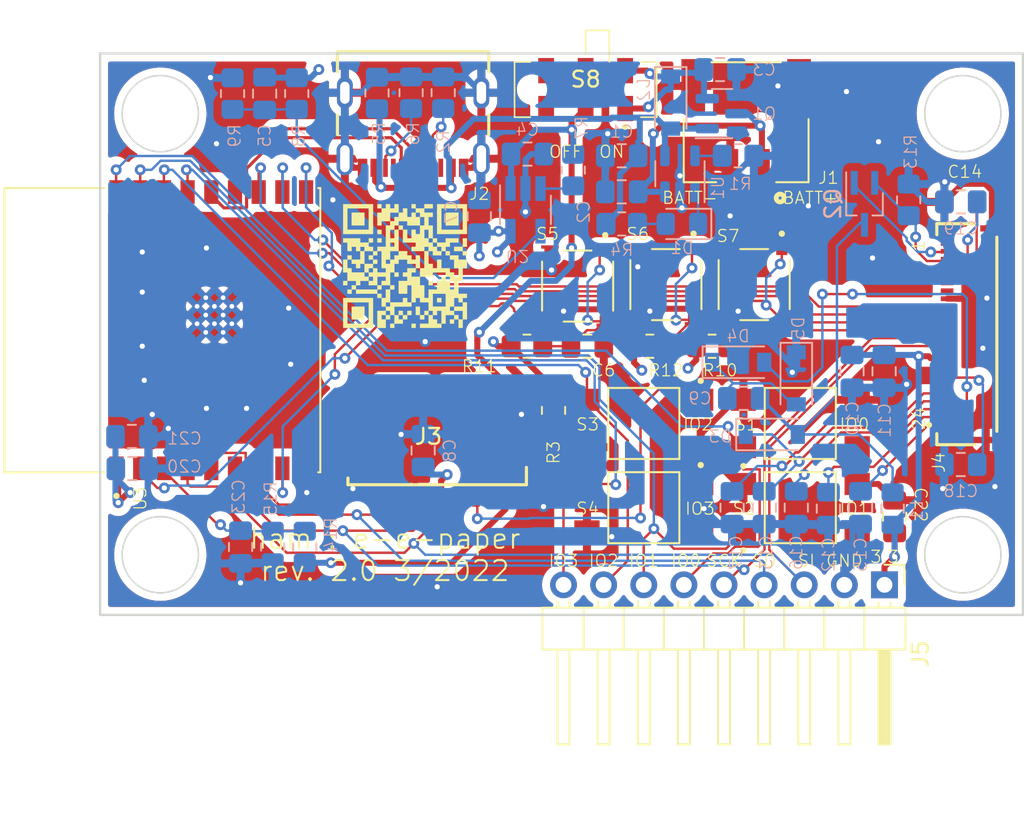
<source format=kicad_pcb>
(kicad_pcb (version 20211014) (generator pcbnew)
  (layers (0 "F.Cu" signal) (1 "In1.Cu" signal) (2 "In2.Cu" signal) (31 "B.Cu" signal) (34 "B.Paste" user) (35 "F.Paste" user) (36 "B.SilkS" user "B.Silkscreen") (37 "F.SilkS" user "F.Silkscreen") (38 "B.Mask" user) (39 "F.Mask" user) (44 "Edge.Cuts" user))
  (net 0 "")
  (net 6 "+5V")
  (net 7 "GND")
  (net 8 "+BATT")
  (net 9 "Net-(C3-Pad1)")
  (net 10 "+3V3")
  (net 11 "Net-(C5-Pad2)")
  (net 12 "/RESET")
  (net 13 "Net-(C9-Pad1)")
  (net 14 "Net-(C9-Pad2)")
  (net 15 "/PREVGL")
  (net 16 "/PREVGH")
  (net 17 "/VGH")
  (net 18 "/VCOM")
  (net 19 "/VSL")
  (net 20 "/VSH")
  (net 21 "/VDD")
  (net 22 "/VTL")
  (net 23 "Net-(D1-Pad2)")
  (net 24 "/USBN")
  (net 25 "/USBP")
  (net 26 "Net-(J2-PadB5)")
  (net 27 "Net-(J2-PadA5)")
  (net 28 "/SD_CS")
  (net 29 "/SPI_MOSI")
  (net 30 "/SPI_SCK")
  (net 31 "/SPI_MISO")
  (net 32 "/VPP")
  (net 33 "/DISP_CS")
  (net 34 "/DISP_DC")
  (net 35 "/DISP_RESET")
  (net 36 "/DISP_BUSY")
  (net 37 "/TSDA")
  (net 38 "/TSCL")
  (net 39 "/RESE")
  (net 40 "/GDR")
  (net 41 "/HLT_CTL")
  (net 42 "/IO0")
  (net 43 "/IO1")
  (net 44 "/IO2")
  (net 45 "/IO3")
  (net 46 "Net-(D1-Pad1)")
  (net 47 "Net-(R7-Pad2)")
  (net 48 "/BATT_MEAS")
  (net 49 "Net-(R1-Pad1)")
  (net 52 "VBUS")
  (footprint "Resistor_SMD:R_0805_2012Metric_Pad1.20x1.40mm_HandSolder" (layer "F.Cu") (at 140.462 118.618)
    (fp_text reference "R12")
    (fp_text value "10k")
  )
  (footprint "Connector_PinHeader_2.54mm:PinHeader_1x09_P2.54mm_Horizontal" (layer "F.Cu") (at 155.316 133.731 -90)
    (fp_text reference "J5")
    (fp_text value "Conn_01x19")
  )
  (footprint "Project Footprints:SW_TL3305AF260QG" (layer "F.Cu") (at 149.987 128.8445 90)
    (fp_text reference "S2")
    (fp_text value "TL3305AF260QG")
  )
  (footprint "Project Footprints:JS202011JAQN" (layer "F.Cu") (at 136.398 102.362 180)
    (fp_text reference "S8")
    (fp_text value "JS202011JAQN")
  )
  (footprint "clipboard:f5ab7cd3-e798-45b0-a444-57aea068b25c" (layer "F.Cu") (at 127.533149 116.103149)
    (fp_text reference "")
    (fp_text value "")
  )
  (footprint "Project Footprints:MODULE_ESP32-C3-WROOM-02-H4" (layer "F.Cu") (at 109.601 117.602 90)
    (fp_text reference "U3")
    (fp_text value "ESP32-C3-WROOM-02-H4")
  )
  (footprint "Capacitor_SMD:C_0805_2012Metric_Pad1.18x1.45mm_HandSolder" (layer "F.Cu") (at 155.956 129.413 90)
    (fp_text reference "C22")
    (fp_text value "10uF")
  )
  (footprint "Project Footprints:GCT_USB4105-GF-A" (layer "F.Cu") (at 125.476 102.560669 180)
    (fp_text reference "J2")
    (fp_text value "USB4105-GF-A")
  )
  (footprint "Project Footprints:SW_TL3315NF100Q" (layer "F.Cu") (at 147.066 114.715 -90)
    (fp_text reference "S7")
    (fp_text value "TL3315NF100Q")
  )
  (footprint "Project Footprints:SW_TL3305AF260QG" (layer "F.Cu") (at 140.081 123.5105 -90)
    (fp_text reference "S3")
    (fp_text value "TL3305AF260QG")
  )
  (footprint "Project Footprints:SW_TL3315NF100Q" (layer "F.Cu") (at 135.89 114.808 -90)
    (fp_text reference "S5")
    (fp_text value "TL3315NF100Q")
  )
  (footprint "Project Footprints:SW_TL3305AF260QG" (layer "F.Cu") (at 149.987 123.5105 90)
    (fp_text reference "S1")
    (fp_text value "TL3305AF260QG")
  )
  (footprint "Project Footprints:105162-0001" (layer "F.Cu") (at 127 120.939716)
    (fp_text reference "J3")
    (fp_text value "105162-0001")
  )
  (footprint "Project Footprints:JST_S2B-PH-SM4-TB(LF)(SN)" (layer "F.Cu") (at 146.558 107.879 180)
    (fp_text reference "J1")
    (fp_text value "S2B-PH-SM4-TB")
  )
  (footprint "Project Footprints:SW_TL3315NF100Q" (layer "F.Cu") (at 141.478 114.715 -90)
    (fp_text reference "S6")
    (fp_text value "TL3315NF100Q")
  )
  (footprint "Project Footprints:GCT_FFC2B28-24-G" (layer "F.Cu") (at 160.528 117.856 90)
    (fp_text reference "J4")
    (fp_text value "FFC2B28-24-G")
  )
  (footprint "Capacitor_SMD:C_0805_2012Metric_Pad1.18x1.45mm_HandSolder" (layer "F.Cu") (at 160.147 109.474)
    (fp_text reference "C14")
    (fp_text value "1uF")
  )
  (footprint "Resistor_SMD:R_0805_2012Metric_Pad1.20x1.40mm_HandSolder" (layer "F.Cu") (at 134.366 122.682 -90)
    (fp_text reference "R3")
    (fp_text value "10k")
  )
  (footprint "Resistor_SMD:R_0805_2012Metric_Pad1.20x1.40mm_HandSolder" (layer "F.Cu") (at 132.683 118.618)
    (fp_text reference "R11")
    (fp_text value "10k")
  )
  (footprint "Resistor_SMD:R_0805_2012Metric_Pad1.20x1.40mm_HandSolder" (layer "F.Cu") (at 144.399 118.618)
    (fp_text reference "R10")
    (fp_text value "10k")
  )
  (footprint "Project Footprints:SW_TL3305AF260QG" (layer "F.Cu") (at 140.081 128.8445 -90)
    (fp_text reference "S4")
    (fp_text value "TL3305AF260QG")
  )
  (footprint "Capacitor_SMD:C_0805_2012Metric_Pad1.18x1.45mm_HandSolder" (layer "F.Cu") (at 136.509 118.618)
    (fp_text reference "C6")
    (fp_text value "1uF")
  )
  (footprint "Capacitor_SMD:C_0805_2012Metric_Pad1.18x1.45mm_HandSolder" (layer "B.Cu") (at 138.684 106.553 180)
    (fp_text reference "C1")
    (fp_text value "4.7uF")
  )
  (footprint "Resistor_SMD:R_0805_2012Metric_Pad1.20x1.40mm_HandSolder" (layer "B.Cu") (at 146.05 106.553)
    (fp_text reference "R1")
    (fp_text value "10k")
  )
  (footprint "Capacitor_SMD:C_0805_2012Metric_Pad1.18x1.45mm_HandSolder" (layer "B.Cu") (at 116.078 102.616 -90)
    (fp_text reference "C5")
    (fp_text value "DNP")
  )
  (footprint "Capacitor_SMD:C_0805_2012Metric_Pad1.18x1.45mm_HandSolder" (layer "B.Cu") (at 153.797 128.8445 90)
    (fp_text reference "C15")
    (fp_text value "1uF")
  )
  (footprint "Package_TO_SOT_SMD:SOT-23-5" (layer "B.Cu") (at 142.367 107.696 90)
    (fp_text reference "U1")
    (fp_text value "MCP73831-2-OT")
  )
  (footprint "Resistor_SMD:R_0805_2012Metric_Pad1.20x1.40mm_HandSolder" (layer "B.Cu") (at 127.381 102.560669 -90)
    (fp_text reference "R2")
    (fp_text value "5.1k")
  )
  (footprint "Capacitor_SMD:C_0805_2012Metric_Pad1.18x1.45mm_HandSolder" (layer "B.Cu") (at 147.701 128.8445 90)
    (fp_text reference "C13")
    (fp_text value "1uF")
  )
  (footprint "Capacitor_SMD:C_0805_2012Metric_Pad1.18x1.45mm_HandSolder" (layer "B.Cu") (at 107.6745 124.333)
    (fp_text reference "C21")
    (fp_text value "1uF")
  )
  (footprint "Resistor_SMD:R_0805_2012Metric_Pad1.20x1.40mm_HandSolder" (layer "B.Cu") (at 118.618 131.334 90)
    (fp_text reference "R14")
    (fp_text value "2M")
  )
  (footprint "Capacitor_SMD:C_0805_2012Metric_Pad1.18x1.45mm_HandSolder" (layer "B.Cu") (at 149.733 128.8445 90)
    (fp_text reference "C16")
    (fp_text value "1uF")
  )
  (footprint "Diode_SMD:D_SOD-123" (layer "B.Cu") (at 148.179 124.206)
    (fp_text reference "D3")
    (fp_text value "NRVB0530T1G")
  )
  (footprint "Capacitor_SMD:C_0805_2012Metric_Pad1.18x1.45mm_HandSolder" (layer "B.Cu") (at 160.147 126.111)
    (fp_text reference "C18")
    (fp_text value "1uF")
  )
  (footprint "Capacitor_SMD:C_0805_2012Metric_Pad1.18x1.45mm_HandSolder" (layer "B.Cu") (at 138.684 108.839 180)
    (fp_text reference "C2")
    (fp_text value "4.7uF")
  )
  (footprint "Capacitor_SMD:C_0805_2012Metric_Pad1.18x1.45mm_HandSolder" (layer "B.Cu") (at 155.291 120.2085 -90)
    (fp_text reference "C11")
    (fp_text value "10uF")
  )
  (footprint "Inductor_SMD:L_0805_2012Metric_Pad1.15x1.40mm_HandSolder" (layer "B.Cu") (at 155.829 128.905 -90)
    (fp_text reference "L1")
    (fp_text value "10uH")
  )
  (footprint "Package_TO_SOT_SMD:SOT-23" (layer "B.Cu") (at 145.034 103.886)
    (fp_text reference "Q1")
    (fp_text value "SI2305-TP")
  )
  (footprint "Capacitor_SMD:C_0805_2012Metric_Pad1.18x1.45mm_HandSolder" (layer "B.Cu") (at 114.554 131.334 -90)
    (fp_text reference "C23")
    (fp_text value "1uF")
  )
  (footprint "Capacitor_SMD:C_0805_2012Metric_Pad1.18x1.45mm_HandSolder" (layer "B.Cu") (at 153.259 120.2085 -90)
    (fp_text reference "C10")
    (fp_text value "1uF")
  )
  (footprint "Capacitor_SMD:C_0805_2012Metric_Pad1.18x1.45mm_HandSolder" (layer "B.Cu") (at 145.669 128.8445 90)
    (fp_text reference "C17")
    (fp_text value "1uF")
  )
  (footprint "Capacitor_SMD:C_0805_2012Metric_Pad1.18x1.45mm_HandSolder" (layer "B.Cu") (at 146.401 121.92)
    (fp_text reference "C9")
    (fp_text value "4.7uF")
  )
  (footprint "Capacitor_SMD:C_0805_2012Metric_Pad1.18x1.45mm_HandSolder" (layer "B.Cu") (at 126.111 125.222 90)
    (fp_text reference "C8")
    (fp_text value "1uF")
  )
  (footprint "Capacitor_SMD:C_0805_2012Metric_Pad1.18x1.45mm_HandSolder" (layer "B.Cu") (at 132.715 106.4475)
    (fp_text reference "C4")
    (fp_text value "1uF")
  )
  (footprint "Capacitor_SMD:C_0805_2012Metric_Pad1.18x1.45mm_HandSolder" (layer "B.Cu") (at 160.147 109.474)
    (fp_text reference "C19")
    (fp_text value "1uF")
  )
  (footprint "Package_TO_SOT_SMD:SOT-323_SC-70_Handsoldering" (layer "B.Cu") (at 154.051 109.601 -90)
    (fp_text reference "Q2")
    (fp_text value "PJC7400_R1_00001")
  )
  (footprint "Capacitor_SMD:C_0805_2012Metric_Pad1.18x1.45mm_HandSolder" (layer "B.Cu") (at 151.765 128.905 90)
    (fp_text reference "C12")
    (fp_text value "1uF")
  )
  (footprint "Package_TO_SOT_SMD:SOT-23-5_HandSoldering" (layer "B.Cu") (at 132.588 109.982 -90)
    (fp_text reference "U2")
    (fp_text value "RT9080-33GJ5")
  )
  (footprint "LED_SMD:LED_0805_2012Metric_Pad1.15x1.40mm_HandSolder" (layer "B.Cu") (at 142.494 110.871 180)
    (fp_text reference "D1")
    (fp_text value "LG R971-KN-1")
  )
  (footprint "Capacitor_SMD:C_0805_2012Metric_Pad1.18x1.45mm_HandSolder" (layer "B.Cu") (at 129.667 110.3845 90)
    (fp_text reference "C7")
    (fp_text value "1uF")
  )
  (footprint "Resistor_SMD:R_0805_2012Metric_Pad1.20x1.40mm_HandSolder" (layer "B.Cu") (at 114.046 102.616 90)
    (fp_text reference "R9")
    (fp_text value "DNP")
  )
  (footprint "Resistor_SMD:R_0805_2012Metric_Pad1.20x1.40mm_HandSolder" (layer "B.Cu") (at 116.586 131.334 -90)
    (fp_text reference "R15")
    (fp_text value "1M")
  )
  (footprint "Resistor_SMD:R_0805_2012Metric_Pad1.20x1.40mm_HandSolder" (layer "B.Cu") (at 156.845 109.347 90)
    (fp_text reference "R13")
    (fp_text value "0.47")
  )
  (footprint "Diode_SMD:D_SOD-123" (layer "B.Cu") (at 149.733 120.65 -90)
    (fp_text reference "D5")
    (fp_text value "NRVB0530T1G")
  )
  (footprint "Resistor_SMD:R_0805_2012Metric_Pad1.20x1.40mm_HandSolder" (layer "B.Cu") (at 118.11 102.6105 -90)
    (fp_text reference "R8")
    (fp_text value "DNP")
  )
  (footprint "Diode_SMD:D_SOD-123" (layer "B.Cu") (at 141.7805 103.185 -90)
    (fp_text reference "D2")
    (fp_text value "NRVB0530T1G")
  )
  (footprint "Resistor_SMD:R_0805_2012Metric_Pad1.20x1.40mm_HandSolder" (layer "B.Cu") (at 123.19 102.576669 90)
    (fp_text reference "R5")
    (fp_text value "100k")
  )
  (footprint "Resistor_SMD:R_0805_2012Metric_Pad1.20x1.40mm_HandSolder" (layer "B.Cu") (at 135.6145 107.4635 -90)
    (fp_text reference "R7")
    (fp_text value "10k")
  )
  (footprint "Resistor_SMD:R_0805_2012Metric_Pad1.20x1.40mm_HandSolder" (layer "B.Cu") (at 138.684 110.871)
    (fp_text reference "R4")
    (fp_text value "470")
  )
  (footprint "Capacitor_SMD:C_0805_2012Metric_Pad1.18x1.45mm_HandSolder" (layer "B.Cu") (at 107.696 126.365)
    (fp_text reference "C20")
    (fp_text value "10uF")
  )
  (footprint "Resistor_SMD:R_0805_2012Metric_Pad1.20x1.40mm_HandSolder" (layer "B.Cu") (at 125.349 102.560669 90)
    (fp_text reference "R6")
    (fp_text value "5.1k")
  )
  (footprint "Capacitor_SMD:C_0805_2012Metric_Pad1.18x1.45mm_HandSolder" (layer "B.Cu") (at 144.907 101.092)
    (fp_text reference "C3")
    (fp_text value "1uF")
  )
  (footprint "Diode_SMD:D_SOD-123" (layer "B.Cu") (at 146.05 119.634)
    (fp_text reference "D4")
    (fp_text value "NRVB0530T1G")
  )
  (gr_circle (center 109.474 131.826) (end 109.474 134.239) (layer "Edge.Cuts") (width 0.1) (fill none))
  (gr_rect (start 105.664 100.076) (end 164.084 135.636) (layer "Edge.Cuts") (width 0.15) (fill none))
  (gr_circle (center 160.274 131.826) (end 160.274 134.239) (layer "Edge.Cuts") (width 0.1) (fill none))
  (gr_circle (center 109.474 103.886) (end 109.474 106.299) (layer "Edge.Cuts") (width 0.1) (fill none))
  (gr_circle (center 160.274 103.886) (end 160.274 106.299) (layer "Edge.Cuts") (width 0.1) (fill none))
  (gr_text "1" (at 157.48 112.268 90) (layer "F.SilkS") (effects (font (size 0.762 0.762) (thickness 0.0762))))
  (gr_text "3.3" (at 155.321 131.953) (layer "F.SilkS") (effects (font (size 0.762 0.762) (thickness 0.0762))))
  (gr_text "GND" (at 152.781 132.207) (layer "F.SilkS") (effects (font (size 0.762 0.762) (thickness 0.0762))))
  (gr_text "IO3\n" (at 143.637 128.905) (layer "F.SilkS") (effects (font (size 0.762 0.762) (thickness 0.0762))))
  (gr_text "IO2\n" (at 143.51 123.571) (layer "F.SilkS") (effects (font (size 0.762 0.762) (thickness 0.0762))))
  (gr_text "IO0" (at 142.748 132.207) (layer "F.SilkS") (effects (font (size 0.762 0.762) (thickness 0.0762))))
  (gr_text "BATT+" (at 150.622 109.22) (layer "F.SilkS") (effects (font (size 0.762 0.762) (thickness 0.0762))))
  (gr_text "SI" (at 150.368 132.207) (layer "F.SilkS") (effects (font (size 0.762 0.762) (thickness 0.0762))))
  (gr_text "ham : e-e-paper\nrev. 2.0 3/2022" (at 123.698 131.826) (layer "F.SilkS") (effects (font (size 1.27 1.27) (thickness 0.127))))
  (gr_text "IO1" (at 153.416 128.905) (layer "F.SilkS") (effects (font (size 0.762 0.762) (thickness 0.0762))))
  (gr_text "IO1" (at 140.081 132.207) (layer "F.SilkS") (effects (font (size 0.762 0.762) (thickness 0.0762))))
  (gr_text "24" (at 157.48 123.19 90) (layer "F.SilkS") (effects (font (size 0.762 0.762) (thickness 0.0762))))
  (gr_text "IO0" (at 153.416 123.571) (layer "F.SilkS") (effects (font (size 0.762 0.762) (thickness 0.0762))))
  (gr_text "SO" (at 147.701 132.207) (layer "F.SilkS") (effects (font (size 0.762 0.762) (thickness 0.0762))))
  (gr_text "ON" (at 138.049 106.299) (layer "F.SilkS") (effects (font (size 0.762 0.762) (thickness 0.0762))))
  (gr_text "SCK" (at 145.161 132.207) (layer "F.SilkS") (effects (font (size 0.762 0.762) (thickness 0.0762))))
  (gr_text "OFF" (at 135.128 106.299) (layer "F.SilkS") (effects (font (size 0.762 0.762) (thickness 0.0762))))
  (gr_text "BATT-" (at 143.002 109.22) (layer "F.SilkS") (effects (font (size 0.762 0.762) (thickness 0.0762))))
  (gr_text "IO2" (at 137.541 132.207) (layer "F.SilkS") (effects (font (size 0.762 0.762) (thickness 0.0762))))
  (gr_text "IO3\n" (at 135.001 132.207) (layer "F.SilkS") (effects (font (size 0.762 0.762) (thickness 0.0762))))
  (segment (start 123.444 108.529669) (end 123.076 108.161669) (width 0.381) (layer "F.Cu") (net 6))
  (segment (start 123.499331 108.585) (end 123.444 108.529669) (width 0.381) (layer "F.Cu") (net 6))
  (segment (start 127.889 108.585) (end 127.876 108.572) (width 0.381) (layer "F.Cu") (net 6))
  (segment (start 127.876 108.572) (end 127.876 107.315669) (width 0.381) (layer "F.Cu") (net 6))
  (segment (start 123.076 108.161669) (end 123.076 107.315669) (width 0.381) (layer "F.Cu") (net 6))
  (segment (start 127.889 108.585) (end 123.499331 108.585) (width 0.381) (layer "F.Cu") (net 6))
  (via (at 123.444 108.529669) (size 0.6858) (drill 0.3302) (layers "F.Cu" "B.Cu") (net 6))
  (via (at 127.889 108.585) (size 0.6858) (drill 0.3302) (layers "F.Cu" "B.Cu") (net 6))
  (segment (start 141.538 104.835) (end 140.843 104.14) (width 0.381) (layer "B.Cu") (net 6))
  (segment (start 123.444 108.529669) (end 123.351021 108.43669) (width 0.381) (layer "B.Cu") (net 6))
  (segment (start 127.762 108.458) (end 127.762 106.718573) (width 0.381) (layer "B.Cu") (net 6))
  (segment (start 139.827 104.14) (end 138.049 104.14) (width 0.381) (layer "B.Cu") (net 6))
  (segment (start 127.889 108.585) (end 127.762 108.458) (width 0.381) (layer "B.Cu") (net 6))
  (segment (start 139.7215 105.6855) (end 139.7215 106.553) (width 0.381) (layer "B.Cu") (net 6))
  (segment (start 123.351021 108.43669) (end 123.351021 103.73769) (width 0.381) (layer "B.Cu") (net 6))
  (segment (start 127.762 106.718573) (end 127.600979 106.557552) (width 0.381) (layer "B.Cu") (net 6))
  (segment (start 141.7805 104.835) (end 144.0955 104.835) (width 0.381) (layer "B.Cu") (net 6))
  (segment (start 140.843 104.14) (end 139.827 104.14) (width 0.381) (layer "B.Cu") (net 6))
  (segment (start 127.600979 105.923786) (end 129.308076 104.216689) (width 0.381) (layer "B.Cu") (net 6))
  (segment (start 137.972311 104.216689) (end 138.049 104.14) (width 0.381) (layer "B.Cu") (net 6))
  (segment (start 139.827 104.14) (end 139.827 105.58) (width 0.381) (layer "B.Cu") (net 6))
  (segment (start 141.7805 104.835) (end 141.538 104.835) (width 0.381) (layer "B.Cu") (net 6))
  (segment (start 139.827 105.58) (end 139.7215 105.6855) (width 0.381) (layer "B.Cu") (net 6))
  (segment (start 123.351021 103.73769) (end 123.19 103.576669) (width 0.381) (layer "B.Cu") (net 6))
  (segment (start 141.417 106.5585) (end 141.417 105.1985) (width 0.381) (layer "B.Cu") (net 6))
  (segment (start 127.600979 106.557552) (end 127.600979 105.923786) (width 0.381) (layer "B.Cu") (net 6))
  (segment (start 129.308076 104.216689) (end 137.972311 104.216689) (width 0.381) (layer "B.Cu") (net 6))
  (segment (start 137.684 110.871) (end 138.57642 109.97858) (width 0.381) (layer "B.Cu") (net 6))
  (segment (start 141.417 105.1985) (end 141.7805 104.835) (width 0.381) (layer "B.Cu") (net 6))
  (segment (start 144.0955 104.835) (end 144.0965 104.836) (width 0.381) (layer "B.Cu") (net 6))
  (segment (start 138.57642 109.97858) (end 138.57642 107.69808) (width 0.381) (layer "B.Cu") (net 6))
  (segment (start 138.57642 107.69808) (end 139.7215 106.553) (width 0.381) (layer "B.Cu") (net 6))
  (segment (start 136.481 125.0105) (end 133.005784 125.0105) (width 0.381) (layer "F.Cu") (net 7))
  (segment (start 161.778 115.606) (end 161.778 115.59) (width 0.381) (layer "F.Cu") (net 7))
  (segment (start 158.2635 128.3755) (end 159.004 127.635) (width 0.381) (layer "F.Cu") (net 7))
  (segment (start 140.278 116.395) (end 139.728 116.945) (width 0.381) (layer "F.Cu") (net 7))
  (segment (start 143.891 130.1345) (end 143.681 130.3445) (width 0.381) (layer "F.Cu") (net 7))
  (segment (start 134.358 117.038) (end 135.001 116.395) (width 0.381) (layer "F.Cu") (net 7))
  (segment (start 155.7385 122.0105) (end 156.718 121.031) (width 0.381) (layer "F.Cu") (net 7))
  (segment (start 132.325 122.927) (end 132.334 122.936) (width 0.381) (layer "F.Cu") (net 7))
  (segment (start 137.7105 130.3445) (end 138.049 130.683) (width 0.381) (layer "F.Cu") (net 7))
  (segment (start 145.316 116.945) (end 145.5 116.945) (width 0.381) (layer "F.Cu") (net 7))
  (segment (start 125.05 125.474716) (end 121.675 125.474716) (width 0.381) (layer "F.Cu") (net 7))
  (segment (start 161.573866 115.606) (end 159.929 115.606) (width 0.381) (layer "F.Cu") (net 7))
  (segment (start 145.316 110.589) (end 145.542 110.363) (width 0.381) (layer "F.Cu") (net 7))
  (segment (start 145.5 116.945) (end 146.05 116.395) (width 0.381) (layer "F.Cu") (net 7))
  (segment (start 146.387 122.0105) (end 145.865822 122.0105) (width 0.381) (layer "F.Cu") (net 7))
  (segment (start 139.2195 116.945) (end 139.728 116.945) (width 0.381) (layer "F.Cu") (net 7))
  (segment (start 118.745 127.889) (end 118.745 126.396) (width 0.381) (layer "F.Cu") (net 7))
  (segment (start 146.387 127.3445) (end 146.015 127.3445) (width 0.381) (layer "F.Cu") (net 7))
  (segment (start 162.11442 110.81958) (end 162.11442 108.753612) (width 0.381) (layer "F.Cu") (net 7))
  (segment (start 144.994 107.315) (end 145.558 107.879) (width 0.381) (layer "F.Cu") (net 7))
  (segment (start 161.778 124.861) (end 161.778 124.556) (width 0.381) (layer "F.Cu") (net 7))
  (segment (start 128.676 107.315669) (end 129.221 107.315669) (width 0.381) (layer "F.Cu") (net 7))
  (segment (start 136.481 130.3445) (end 137.7105 130.3445) (width 0.381) (layer "F.Cu") (net 7))
  (segment (start 143.256 107.315) (end 144.994 107.315) (width 0.381) (layer "F.Cu") (net 7))
  (segment (start 140.462 116.395) (end 140.348689 116.281689) (width 0.381) (layer "F.Cu") (net 7))
  (segment (start 137.5465 118.618) (end 139.2195 116.945) (width 0.381) (layer "F.Cu") (net 7))
  (segment (start 145.558 108.813822) (end 145.558 107.879) (width 0.381) (layer "F.Cu") (net 7))
  (segment (start 155.956 128.3755) (end 158.2635 128.3755) (width 0.381) (layer "F.Cu") (net 7))
  (segment (start 145.542 110.363) (end 145.542 107.895) (width 0.381) (layer "F.Cu") (net 7))
  (segment (start 140.61442 116.24258) (end 140.462 116.395) (width 0.381) (layer "F.Cu") (net 7))
  (segment (start 157.643 120.106) (end 159.278 120.106) (width 0.381) (layer "F.Cu") (net 7))
  (segment (start 122.276 107.315669) (end 121.731 107.315669) (width 0.381) (layer "F.Cu") (net 7))
  (segment (start 140.348689 116.281689) (end 135.114311 116.281689) (width 0.381) (layer "F.Cu") (net 7))
  (segment (start 125.05 128.279716) (end 125.05 125.474716) (width 0.381) (layer "F.Cu") (net 7))
  (segment (start 142.748 107.823) (end 143.256 107.315) (width 0.381) (layer "F.Cu") (net 7))
  (segment (start 121.666 127.635) (end 121.666 125.483716) (width 0.381) (layer "F.Cu") (net 7))
  (segment (start 108.966 122.936) (end 111.801 120.101) (width 0.381) (layer "F.Cu") (net 7))
  (segment (start 154.925 127.3445) (end 155.956 128.3755) (width 0.381) (layer "F.Cu") (net 7))
  (segment (start 121.675 125.474716) (end 121.675 122.289716) (width 0.381) (layer "F.Cu") (net 7))
  (segment (start 161.778 124.861) (end 159.004 127.635) (width 0.381) (layer "F.Cu") (net 7))
  (segment (start 121.666 125.483716) (end 121.675 125.474716) (width 0.381) (layer "F.Cu") (net 7))
  (segment (start 143.891 128.905) (end 144.8265 128.905) (width 0.381) (layer "F.Cu") (net 7))
  (segment (start 111.801 120.101) (end 111.801 117.742) (width 0.381) (layer "F.Cu") (net 7))
  (segment (start 153.587 127.3445) (end 154.925 127.3445) (width 0.381) (layer "F.Cu") (net 7))
  (segment (start 134.239 113.792) (end 134.239 112.677) (width 0.381) (layer "F.Cu") (net 7))
  (segment (start 143.92542 116.453164) (end 143.92542 116.446094) (width 0.381) (layer "F.Cu") (net 7))
  (segment (start 121.731 107.315669) (end 121.156 106.740669) (width 0.381) (layer "F.Cu") (net 7))
  (segment (start 161.778 111.156) (end 162.11442 110.81958) (width 0.381) (layer "F.Cu") (net 7))
  (segment (start 147.7375 122.0105) (end 149.479 120.269) (width 0.381) (layer "F.Cu") (net 7))
  (segment (start 160.2525 108.331) (end 159.1095 109.474) (width 0.381) (layer "F.Cu") (net 7))
  (segment (start 129.221 107.315669) (end 129.796 106.740669) (width 0.381) (layer "F.Cu") (net 7))
  (segment (start 125.05 124.542) (end 124.714 124.206) (width 0.381) (layer "F.Cu") (net 7))
  (segment (start 159.929 115.606) (end 161.778 115.606) (width 0.381) (layer "F.Cu") (net 7))
  (segment (start 146.387 122.0105) (end 147.7375 122.0105) (width 0.381) (layer "F.Cu") (net 7))
  (segment (start 159.929 115.606) (end 159.278 115.606) (width 0.381) (layer "F.Cu") (net 7))
  (segment (start 145.865822 122.0105) (end 143.681 124.195322) (width 0.381) (layer "F.Cu") (net 7))
  (segment (start 148.569 102.129) (end 143.208 102.129) (width 0.381) (layer "F.Cu") (net 7))
  (segment (start 156.718 121.031) (end 157.643 120.106) (width 0.381) (layer "F.Cu") (net 7))
  (segment (start 132.325 122.945) (end 132.334 122.936) (width 0.381) (layer "F.Cu") (net 7))
  (segment (start 139.728 113.5603) (end 139.7 113.5883) (width 0.381) (layer "F.Cu") (net 7))
  (segment (start 140.462 116.395) (end 140.278 116.395) (width 0.381) (layer "F.Cu") (net 7))
  (segment (start 125.05 128.279716) (end 125.05 124.542) (width 0.381) (layer "F.Cu") (net 7))
  (segment (start 143.92542 116.446094) (end 143.721906 116.24258) (width 0.381) (layer "F.Cu") (net 7))
  (segment (start 135.114311 116.281689) (end 135.001 116.395) (width 0.381) (layer "F.Cu") (net 7))
  (segment (start 146.015 127.3445) (end 143.681 125.0105) (width 0.381) (layer "F.Cu") (net 7))
  (segment (start 153.587 122.0105) (end 155.7385 122.0105) (width 0.381) (layer "F.Cu") (net 7))
  (segment (start 159.1095 109.474) (end 159.1095 108.2255) (width 0.381) (layer "F.Cu") (net 7))
  (segment (start 132.325 124.329716) (end 132.325 122.945) (width 0.381) (layer "F.Cu") (net 7))
  (segment (start 139.728 112.485) (end 139.728 113.5603) (width 0.381) (layer "F.Cu") (net 7))
  (segment (start 134.239 112.677) (end 134.14 112.578) (width 0.381) (layer "F.Cu") (net 7))
  (segment (start 118.745 126.396) (end 118.701 126.352) (width 0.381) (layer "F.Cu") (net 7))
  (segment (start 144.417256 116.945) (end 143.92542 116.453164) (width 0.381) (layer "F.Cu") (net 7))
  (segment (start 143.891 128.905) (end 143.891 130.1345) (width 0.381) (layer "F.Cu") (net 7))
  (segment (start 144.8265 128.905) (end 146.387 127.3445) (width 0.381) (layer "F.Cu") (net 7))
  (segment (start 145.316 116.945) (end 144.417256 116.945) (width 0.381) (layer "F.Cu") (net 7))
  (segment (start 145.542 107.895) (end 145.558 107.879) (width 0.381) (layer "F.Cu") (net 7))
  (segment (start 134.14 117.038) (end 134.358 117.038) (width 0.381) (layer "F.Cu") (net 7))
  (segment (start 159.1095 108.2255) (end 159.131 108.204) (width 0.381) (layer "F.Cu") (net 7))
  (segment (start 132.325 121.719716) (end 132.325 122.927) (width 0.381) (layer "F.Cu") (net 7))
  (segment (start 142.367 107.823) (end 142.748 107.823) (width 0.381) (layer "F.Cu") (net 7))
  (segment (start 162.11442 108.753612) (end 161.691808 108.331) (width 0.381) (layer "F.Cu") (net 7))
  (segment (start 161.778 115.59) (end 161.798 115.57) (width 0.381) (layer "F.Cu") (net 7))
  (segment (start 143.721906 116.24258) (end 140.61442 116.24258) (width 0.381) (layer "F.Cu") (net 7))
  (segment (start 145.316 112.485) (end 145.316 110.589) (width 0.381) (layer "F.Cu") (net 7))
  (segment (start 143.681 124.195322) (end 143.681 125.0105) (width 0.381) (layer "F.Cu") (net 7))
  (segment (start 133.005784 125.0105) (end 132.325 124.329716) (width 0.381) (layer "F.Cu") (net 7))
  (segment (start 161.691808 108.331) (end 160.2525 108.331) (width 0.381) (layer "F.Cu") (net 7))
  (segment (start 149.908 102.129) (end 148.569 102.129) (width 0.381) (layer "F.Cu") (net 7))
  (via (at 108.331 115.189) (size 0.6858) (drill 0.3302) (layers "F.Cu" "B.Cu") (net 7))
  (via (at 150.495 109.728) (size 0.6858) (drill 0.3302) (layers "F.Cu" "B.Cu") (net 7))
  (via (at 121.666 127.635) (size 0.6858) (drill 0.3302) (layers "F.Cu" "B.Cu") (net 7))
  (via (at 140.462 116.395) (size 0.6858) (drill 0.3302) (layers "F.Cu" "B.Cu") (net 7))
  (via (at 161.798 115.57) (size 0.6858) (drill 0.3302) (layers "F.Cu" "B.Cu") (net 7))
  (via (at 126.238 118.32736) (size 0.6858) (drill 0.3302) (layers "F.Cu" "B.Cu") (net 7))
  (via (at 154.94 105.664) (size 0.6858) (drill 0.3302) (layers "F.Cu" "B.Cu") (net 7))
  (via (at 154.559 113.03) (size 0.6858) (drill 0.3302) (layers "F.Cu" "B.Cu") (net 7))
  (via (at 159.131 108.204) (size 0.6858) (drill 0.3302) (layers "F.Cu" "B.Cu") (net 7))
  (via (at 132.588 110.109) (size 0.6858) (drill 0.3302) (layers "F.Cu" "B.Cu") (net 7))
  (via (at 112.395 122.555) (size 0.6858) (drill 0.3302) (layers "F.Cu" "B.Cu") (net 7))
  (via (at 142.494 109.855) (size 0.6858) (drill 0.3302) (layers "F.Cu" "B.Cu") (net 7))
  (via (at 127 133.858) (size 0.6858) (drill 0.3302) (layers "F.Cu" "B.Cu") (net 7))
  (via (at 145.542 110.363) (size 0.6858) (drill 0.3302) (layers "F.Cu" "B.Cu") (net 7))
  (via (at 156.718 121.031) (size 0.6858) (drill 0.3302) (layers "F.Cu" "B.Cu") (net 7))
  (via (at 161.544 118.745) (size 0.6858) (drill 0.3302) (layers "F.Cu" "B.Cu") (net 7))
  (via (at 114.554 133.604) (size 0.6858) (drill 0.3302) (layers "F.Cu" "B.Cu") (net 7))
  (via (at 143.891 128.905) (size 0.6858) (drill 0.3302) (layers "F.Cu" "B.Cu") (net 7))
  (via (at 120.396 109.347) (size 0.6858) (drill 0.3302) (layers "F.Cu" "B.Cu") (net 7))
  (via (at 137.795 105.156) (size 0.6858) (drill 0.3302) (layers "F.Cu" "B.Cu") (net 7))
  (via (at 117.602 116.205) (size 0.6858) (drill 0.3302) (layers "F.Cu" "B.Cu") (net 7))
  (via (at 124.714 124.206) (size 0.6858) (drill 0.3302) (layers "F.Cu" "B.Cu") (net 7))
  (via (at 135.001 116.395) (size 0.6858) (drill 0.3302) (layers "F.Cu" "B.Cu") (net 7))
  (via (at 114.935 122.555) (size 0.6858) (drill 0.3302) (layers "F.Cu" "B.Cu") (net 7))
  (via (at 109.982 123.825) (size 0.6858) (drill 0.3302) (layers "F.Cu" "B.Cu") (net 7))
  (via (at 108.966 122.936) (size 0.6858) (drill 0.3302) (layers "F.Cu" "B.Cu") (net 7))
  (via (at 139.7 113.5883) (size 0.6858) (drill 0.3302) (layers "F.Cu" "B.Cu") (net 7))
  (via (at 152.908 102.489) (size 0.6858) (drill 0.3302) (layers "F.Cu" "B.Cu") (net 7))
  (via (at 149.479 120.269) (size 0.6858) (drill 0.3302) (layers "F.Cu" "B.Cu") (net 7))
  (via (at 112.649 101.6) (size 0.6858) (drill 0.3302) (layers "F.Cu" "B.Cu") (net 7))
  (via (at 138.049 130.683) (size 0.6858) (drill 0.3302) (layers "F.Cu" "B.Cu") (net 7))
  (via (at 118.745 127.889) (size 0.6858) (drill 0.3302) (layers "F.Cu" "B.Cu") (net 7))
  (via (at 112.395 112.395) (size 0.6858) (drill 0.3302) (layers "F.Cu" "B.Cu") (net 7))
  (via (at 132.334 122.936) (size 0.6858) (drill 0.3302) (layers "F.Cu" "B.Cu") (net 7))
  (via (at 146.05 116.395) (size 0.6858) (drill 0.3302) (layers "F.Cu" "B.Cu") (net 7))
  (via (at 134.239 113.792) (size 0.6858) (drill 0.3302) (layers "F.Cu" "B.Cu") (net 7))
  (via (at 108.331 118.618) (size 0.6858) (drill 0.3302) (layers "F.Cu" "B.Cu") (net 7))
  (via (at 113.03 105.791) (size 0.6858) (drill 0.3302) (layers "F.Cu" "B.Cu") (net 7))
  (via (at 142.367 107.823) (size 0.6858) (drill 0.3302) (layers "F.Cu" "B.Cu") (net 7))
  (via (at 159.004 127.635) (size 0.6858) (drill 0.3302) (layers "F.Cu" "B.Cu") (net 7))
  (via (at 117.729 119.761) (size 0.6858) (drill 0.3302) (layers "F.Cu" "B.Cu") (net 7))
  (via (at 108.458 120.777) (size 0.6858) (drill 0.3302) (layers "F.Cu" "B.Cu") (net 7))
  (via (at 133.731 128.778) (size 0.6858) (drill 0.3302) (layers "F.Cu" "B.Cu") (net 7))
  (via (at 148.569 102.129) (size 0.6858) (drill 0.3302) (layers "F.Cu" "B.Cu") (net 7))
  (via (at 162.306 127.508) (size 0.6858) (drill 0.3302) (layers "F.Cu" "B.Cu") (net 7))
  (via (at 108.331 112.649) (size 0.6858) (drill 0.3302) (layers "F.Cu" "B.Cu") (net 7))
  (segment (start 142.367 109.728) (end 142.494 109.855) (width 0.381) (layer "B.Cu") (net 7))
  (segment (start 116.586 132.334) (end 114.5915 132.334) (width 0.381) (layer "B.Cu") (net 7))
  (segment (start 129.667 109.347) (end 129.667 106.869669) (width 0.381) (layer "B.Cu") (net 7))
  (segment (start 142.367 108.8335) (end 142.367 109.728) (width 0.381) (layer "B.Cu") (net 7))
  (segment (start 132.9475 106.4475) (end 132.60742 106.78758) (width 0.381) (layer "B.Cu") (net 7))
  (segment (start 149.479 119.824) (end 146.05 116.395) (width 0.381) (layer "B.Cu") (net 7))
  (segment (start 133.7525 106.4475) (end 132.9475 106.4475) (width 0.381) (layer "B.Cu") (net 7))
  (segment (start 128.796 101.560669) (end 129.796 102.560669) (width 0.381) (layer "B.Cu") (net 7))
  (segment (start 159.1095 109.474) (end 157.972 109.474) (width 0.381) (layer "B.Cu") (net 7))
  (segment (start 137.6465 106.553) (end 137.6465 108.839) (width 0.381) (layer "B.Cu") (net 7))
  (segment (start 114.554 132.3715) (end 114.554 133.604) (width 0.381) (layer "B.Cu") (net 7))
  (segment (start 153.289 130.39) (end 153.289 132.461) (width 0.381) (layer "B.Cu") (net 7))
  (segment (start 147.05 106.553) (end 145.542 108.061) (width 0.381) (layer "B.Cu") (net 7))
  (segment (start 145.542 108.061) (end 145.542 110.363) (width 0.381) (layer "B.Cu") (net 7))
  (segment (start 108.712 124.46) (end 108.712 123.19) (width 0.381) (layer "B.Cu") (net 7))
  (segment (start 108.712 124.46) (end 109.347 124.46) (width 0.381) (layer "B.Cu") (net 7))
  (segment (start 124.7355 124.1845) (end 124.714 124.206) (width 0.381) (layer "B.Cu") (net 7))
  (segment (start 155.291 121.246) (end 153.259 121.246) (width 0.381) (layer "B.Cu") (net 7))
  (segment (start 157.972 109.474) (end 156.845 108.347) (width 0.381) (layer "B.Cu") (net 7))
  (segment (start 145.669 129.882) (end 144.868 129.882) (width 0.381) (layer "B.Cu") (net 7))
  (segment (start 123.19 101.576669) (end 127.365 101.576669) (width 0.381) (layer "B.Cu") (net 7))
  (segment (start 109.347 124.46) (end 109.982 123.825) (width 0.381) (layer "B.Cu") (net 7))
  (segment (start 108.712 123.19) (end 108.966 122.936) (width 0.381) (layer "B.Cu") (net 7))
  (segment (start 149.479 120.269) (end 149.479 119.824) (width 0.381) (layer "B.Cu") (net 7))
  (segment (start 149.479 119.508) (end 149.733 119.254) (width 0.381) (layer "B.Cu") (net 7))
  (segment (start 156.503 121.246) (end 156.718 121.031) (width 0.381) (layer "B.Cu") (net 7))
  (segment (start 159.131 108.204) (end 159.131 109.4525) (width 0.381) (layer "B.Cu") (net 7))
  (segment (start 137.6465 105.3045) (end 137.795 105.156) (width 0.381) (layer "B.Cu") (net 7))
  (segment (start 159.004 127.635) (end 159.004 126.2165) (width 0.381) (layer "B.Cu") (net 7))
  (segment (start 152.776 132.974) (end 152.776 133.388) (width 0.381) (layer "B.Cu") (net 7))
  (segment (start 142.367 108.8335) (end 142.367 107.823) (width 0.381) (layer "B.Cu") (net 7))
  (segment (start 149.479 120.269) (end 149.479 119.508) (width 0.381) (layer "B.Cu") (net 7))
  (segment (start 108.712 124.46) (end 108.712 126.3435) (width 0.381) (layer "B.Cu") (net 7))
  (segment (start 137.6465 106.553) (end 137.6465 105.3045) (width 0.381) (layer "B.Cu") (net 7))
  (segment (start 132.588 108.632) (end 132.588 110.109) (width 0.381) (layer "B.Cu") (net 7))
  (segment (start 147.532 101.092) (end 148.569 102.129) (width 0.381) (layer "B.Cu") (net 7))
  (segment (start 153.289 132.461) (end 152.776 132.974) (width 0.381) (layer "B.Cu") (net 7))
  (segment (start 144.868 129.882) (end 143.891 128.905) (width 0.381) (layer "B.Cu") (net 7))
  (segment (start 112.665 101.616) (end 112.649 101.6) (width 0.381) (layer "B.Cu") (net 7))
  (segment (start 159.131 109.4525) (end 159.1095 109.474) (width 0.381) (layer "B.Cu") (net 7))
  (segment (start 121.156 102.560669) (end 122.206 102.560669) (width 0.381) (layer "B.Cu") (net 7))
  (segment (start 145.9445 101.092) (end 147.532 101.092) (width 0.381) (layer "B.Cu") (net 7))
  (segment (start 132.60742 106.78758) (end 132.60742 107.167888) (width 0.381) (layer "B.Cu") (net 7))
  (segment (start 129.667 106.869669) (end 129.796 106.740669) (width 0.381) (layer "B.Cu") (net 7))
  (segment (start 155.291 121.246) (end 156.503 121.246) (width 0.381) (layer "B.Cu") (net 7))
  (segment (start 114.5915 132.334) (end 114.554 132.3715) (width 0.381) (layer "B.Cu") (net 7))
  (segment (start 132.588 107.187308) (end 132.588 108.632) (width 0.381) (layer "B.Cu") (net 7))
  (segment (start 153.797 129.882) (end 145.669 129.882) (width 0.381) (layer "B.Cu") (net 7))
  (segment (start 159.004 126.2165) (end 159.1095 126.111) (width 0.381) (layer "B.Cu") (net 7))
  (segment (start 153.797 129.882) (end 153.289 130.39) (width 0.381) (layer "B.Cu") (net 7))
  (segment (start 108.712 126.3435) (end 108.7335 126.365) (width 0.381) (layer "B.Cu") (net 7))
  (segment (start 127.365 101.576669) (end 127.381 101.560669) (width 0.381) (layer "B.Cu") (net 7))
  (segment (start 122.206 102.560669) (end 123.19 101.576669) (width 0.381) (layer "B.Cu") (net 7))
  (segment (start 132.60742 107.167888) (end 132.588 107.187308) (width 0.381) (layer "B.Cu") (net 7))
  (segment (start 126.111 124.1845) (end 124.7355 124.1845) (width 0.381) (layer "B.Cu") (net 7))
  (segment (start 114.046 101.616) (end 112.665 101.616) (width 0.381) (layer "B.Cu") (net 7))
  (segment (start 127.381 101.560669) (end 128.796 101.560669) (width 0.381) (layer "B.Cu") (net 7))
  (segment (start 140.685698 105.156) (end 141.193698 104.648) (width 0.381) (layer "F.Cu") (net 8))
  (segment (start 147.558 104.759) (end 147.447 104.648) (width 0.381) (layer "F.Cu") (net 8))
  (segment (start 147.558 107.879) (end 147.558 104.759) (width 0.381) (layer "F.Cu") (net 8))
  (segment (start 141.193698 104.648) (end 147.447 104.648) (width 0.381) (layer "F.Cu") (net 8))
  (via (at 147.447 104.648) (size 0.6858) (drill 0.3302) (layers "F.Cu" "B.Cu") (net 8))
  (via (at 140.685698 105.156) (size 0.6858) (drill 0.3302) (layers "F.Cu" "B.Cu") (net 8))
  (segment (start 141.4115 108.839) (end 141.417 108.8335) (width 0.381) (layer "B.Cu") (net 8))
  (segment (start 146.685 103.886) (end 145.9715 103.886) (width 0.381) (layer "B.Cu") (net 8))
  (segment (start 140.65142 105.190278) (end 140.685698 105.156) (width 0.381) (layer "B.Cu") (net 8))
  (segment (start 147.447 104.648) (end 146.685 103.886) (width 0.381) (layer "B.Cu") (net 8))
  (segment (start 140.65142 107.90908) (end 140.65142 105.190278) (width 0.381) (layer "B.Cu") (net 8))
  (segment (start 139.7215 108.839) (end 140.65142 107.90908) (width 0.381) (layer "B.Cu") (net 8))
  (segment (start 139.7215 108.839) (end 141.4115 108.839) (width 0.381) (layer "B.Cu") (net 8))
  (segment (start 140.26794 103.562) (end 138.898 103.562) (width 0.381) (layer "F.Cu") (net 9))
  (segment (start 140.462 101.346) (end 140.278 101.162) (width 0.381) (layer "F.Cu") (net 9))
  (segment (start 140.37524 103.4547) (end 140.26794 103.562) (width 0.381) (layer "F.Cu") (net 9))
  (segment (start 140.278 101.162) (end 138.898 101.162) (width 0.381) (layer "F.Cu") (net 9))
  (via (at 140.462 101.346) (size 0.6858) (drill 0.3302) (layers "F.Cu" "B.Cu") (net 9))
  (via (at 140.37524 103.4547) (size 0.6858) (drill 0.3302) (layers "F.Cu" "B.Cu") (net 9))
  (segment (start 143.891 102.997) (end 143.891 101.38) (width 0.381) (layer "B.Cu") (net 9))
  (segment (start 141.46794 102.362) (end 141.732 102.362) (width 0.381) (layer "B.Cu") (net 9))
  (segment (start 141.732 102.362) (end 141.7805 102.3135) (width 0.381) (layer "B.Cu") (net 9))
  (segment (start 143.8125 101.3015) (end 142.014 101.3015) (width 0.381) (layer "B.Cu") (net 9))
  (segment (start 140.651 101.535) (end 141.7805 101.535) (width 0.381) (layer "B.Cu") (net 9))
  (segment (start 140.462 101.346) (end 140.651 101.535) (width 0.381) (layer "B.Cu") (net 9))
  (segment (start 141.7805 102.3135) (end 141.7805 101.535) (width 0.381) (layer "B.Cu") (net 9))
  (segment (start 140.37524 103.4547) (end 141.46794 102.362) (width 0.381) (layer "B.Cu") (net 9))
  (segment (start 106.701 127.021) (end 106.701 126.352) (width 0.381) (layer "F.Cu") (net 10))
  (segment (start 107.569 127.889) (end 107.442 127.889) (width 0.381) (layer "F.Cu") (net 10))
  (segment (start 143.399 118.618) (end 143.399 119.491) (width 0.381) (layer "F.Cu") (net 10))
  (segment (start 157.48 119.253) (end 158.115 119.253) (width 0.381) (layer "F.Cu") (net 10))
  (segment (start 106.807 128.524) (end 106.807 126.458) (width 0.381) (layer "F.Cu") (net 10))
  (segment (start 139.462 119.65) (end 139.462 118.618) (width 0.381) (layer "F.Cu") (net 10))
  (segment (start 130.84664 118.618) (end 130.556 118.32736) (width 0.381) (layer "F.Cu") (net 10))
  (segment (start 107.569 127.889) (end 106.701 127.021) (width 0.381) (layer "F.Cu") (net 10))
  (segment (start 127.25 127.131) (end 127.635 126.746) (width 0.381) (layer "F.Cu") (net 10))
  (segment (start 107.442 127.889) (end 106.807 128.524) (width 0.381) (layer "F.Cu") (net 10))
  (segment (start 155.316 133.928) (end 155.316 132.593) (width 0.381) (layer "F.Cu") (net 10))
  (segment (start 155.316 132.593) (end 155.956 131.953) (width 0.381) (layer "F.Cu") (net 10))
  (segment (start 131.683 118.618) (end 130.84664 118.618) (width 0.381) (layer "F.Cu") (net 10))
  (segment (start 106.807 126.458) (end 106.701 126.352) (width 0.381) (layer "F.Cu") (net 10))
  (segment (start 143.399 119.491) (end 142.875 120.015) (width 0.381) (layer "F.Cu") (net 10))
  (segment (start 127.25 128.279716) (end 127.25 127.131) (width 0.381) (layer "F.Cu") (net 10))
  (segment (start 155.956 131.953) (end 155.956 130.4505) (width 0.381) (layer "F.Cu") (net 10))
  (segment (start 158.242 119.38) (end 159.258 119.38) (width 0.381) (layer "F.Cu") (net 10))
  (segment (start 134.366 121.682) (end 134.366 121.301) (width 0.381) (layer "F.Cu") (net 10))
  (segment (start 158.115 119.253) (end 158.242 119.38) (width 0.381) (layer "F.Cu") (net 10))
  (segment (start 139.954 120.142) (end 139.462 119.65) (width 0.381) (layer "F.Cu") (net 10))
  (segment (start 134.366 121.301) (end 131.683 118.618) (width 0.381) (layer "F.Cu") (net 10))
  (via (at 130.81 112.649) (size 0.6858) (drill 0.3302) (layers "F.Cu" "B.Cu") (net 10))
  (via (at 119.507 101.092) (size 0.6858) (drill 0.3302) (layers "F.Cu" "B.Cu") (net 10))
  (via (at 127.635 126.746) (size 0.6858) (drill 0.3302) (layers "F.Cu" "B.Cu") (net 10))
  (via (at 130.89 111.332) (size 0.6858) (drill 0.3302) (layers "F.Cu" "B.Cu") (net 10))
  (via (at 130.556 118.32736) (size 0.6858) (drill 0.3302) (layers "F.Cu" "B.Cu") (net 10))
  (via (at 107.569 127.889) (size 0.6858) (drill 0.3302) (layers "F.Cu" "B.Cu") (net 10))
  (via (at 157.48 119.253) (size 0.6858) (drill 0.3302) (layers "F.Cu" "B.Cu") (net 10))
  (via (at 142.875 120.015) (size 0.6858) (drill 0.3302) (layers "F.Cu" "B.Cu") (net 10))
  (via (at 106.807 128.524) (size 0.6858) (drill 0.3302) (layers "F.Cu" "B.Cu") (net 10))
  (via (at 155.956 131.953) (size 0.6858) (drill 0.3302) (layers "F.Cu" "B.Cu") (net 10))
  (via (at 139.954 120.142) (size 0.6858) (drill 0.3302) (layers "F.Cu" "B.Cu") (net 10))
  (via (at 129.667 112.903) (size 0.6858) (drill 0.3302) (layers "F.Cu" "B.Cu") (net 10))
  (segment (start 130.8 111.422) (end 130.89 111.332) (width 0.381) (layer "B.Cu") (net 10))
  (segment (start 157.48 119.253) (end 157.48 128.279) (width 0.381) (layer "B.Cu") (net 10))
  (segment (start 106.637 128.354) (end 106.807 128.524) (width 0.381) (layer "B.Cu") (net 10))
  (segment (start 155.291 119.171) (end 157.398 119.171) (width 0.381) (layer "B.Cu") (net 10))
  (segment (start 155.956 131.953) (end 155.956 130.057) (width 0.381) (layer "B.Cu") (net 10))
  (segment (start 155.956 130.057) (end 155.829 129.93) (width 0.381) (layer "B.Cu") (net 10))
  (segment (start 127.635 126.746) (end 126.5975 126.746) (width 0.381) (layer "B.Cu") (net 10))
  (segment (start 116.1315 101.6105) (end 116.078 101.557) (width 0.381) (layer "B.Cu") (net 10))
  (segment (start 157.398 119.171) (end 157.48 119.253) (width 0.381) (layer "B.Cu") (net 10))
  (segment (start 131.638 111.821) (end 130.81 112.649) (width 0.381) (layer "B.Cu") (net 10))
  (segment (start 118.9885 101.6105) (end 119.507 101.092) (width 0.381) (layer "B.Cu") (net 10))
  (segment (start 126.5975 126.746) (end 126.111 126.2595) (width 0.381) (layer "B.Cu") (net 10))
  (segment (start 157.48 128.279) (end 155.829 129.93) (width 0.381) (layer "B.Cu") (net 10))
  (segment (start 106.637 126.3435) (end 106.6585 126.365) (width 0.381) (layer "B.Cu") (net 10))
  (segment (start 118.11 101.6105) (end 116.1315 101.6105) (width 0.381) (layer "B.Cu") (net 10))
  (segment (start 118.11 101.6105) (end 118.9885 101.6105) (width 0.381) (layer "B.Cu") (net 10))
  (segment (start 131.638 111.332) (end 130.89 111.332) (width 0.381) (layer "B.Cu") (net 10))
  (segment (start 106.6585 126.9785) (end 107.569 127.889) (width 0.381) (layer "B.Cu") (net 10))
  (segment (start 129.667 112.903) (end 129.667 111.422) (width 0.381) (layer "B.Cu") (net 10))
  (segment (start 131.638 111.332) (end 131.638 111.821) (width 0.381) (layer "B.Cu") (net 10))
  (segment (start 155.291 119.171) (end 153.259 119.171) (width 0.381) (layer "B.Cu") (net 10))
  (segment (start 106.6585 126.365) (end 106.6585 126.9785) (width 0.381) (layer "B.Cu") (net 10))
  (segment (start 129.667 111.422) (end 130.8 111.422) (width 0.381) (layer "B.Cu") (net 10))
  (segment (start 106.637 124.46) (end 106.637 126.3435) (width 0.381) (layer "B.Cu") (net 10))
  (segment (start 106.637 124.46) (end 106.637 128.354) (width 0.381) (layer "B.Cu") (net 10))
  (segment (start 130.57 114.3) (end 133.538 111.332) (width 0.1524) (layer "B.Cu") (net 11))
  (segment (start 118.1045 103.616) (end 118.11 103.6105) (width 0.1524) (layer "B.Cu") (net 11))
  (segment (start 127.125259 114.3) (end 130.57 114.3) (width 0.1524) (layer "B.Cu") (net 11))
  (segment (start 118.11 103.6105) (end 118.11 105.284741) (width 0.1524) (layer "B.Cu") (net 11))
  (segment (start 118.11 105.284741) (end 127.125259 114.3) (width 0.1524) (layer "B.Cu") (net 11))
  (segment (start 114.046 103.616) (end 118.1045 103.616) (width 0.1524) (layer "B.Cu") (net 11))
  (segment (start 135.4715 118.618) (end 133.683 118.618) (width 0.1524) (layer "F.Cu") (net 12))
  (segment (start 109.728 127.596802) (end 109.28958 127.596802) (width 0.1524) (layer "F.Cu") (net 12))
  (segment (start 131.866253 116.245236) (end 131.866253 116.372253) (width 0.1524) (layer "F.Cu") (net 12))
  (segment (start 131.531764 115.910747) (end 131.866253 116.245236) (width 0.1524) (layer "F.Cu") (net 12))
  (segment (start 137.287 113.792) (end 137.287 112.931) (width 0.1524) (layer "F.Cu") (net 12))
  (segment (start 136.525 116.967) (end 136.596 117.038) (width 0.1524) (layer "F.Cu") (net 12))
  (segment (start 135.4715 118.618) (end 136.4875 117.602) (width 0.1524) (layer "F.Cu") (net 12))
  (segment (start 124.46 116.078) (end 130.891467 116.078) (width 0.1524) (layer "F.Cu") (net 12))
  (segment (start 131.05872 115.910747) (end 131.531764 115.910747) (width 0.1524) (layer "F.Cu") (net 12))
  (segment (start 130.891467 116.078) (end 131.05872 115.910747) (width 0.1524) (layer "F.Cu") (net 12))
  (segment (start 108.201 126.508222) (end 108.201 126.352) (width 0.1524) (layer "F.Cu") (net 12))
  (segment (start 136.4875 117.602) (end 137.033 117.602) (width 0.1524) (layer "F.Cu") (net 12))
  (segment (start 131.866253 116.372253) (end 133.683 118.189) (width 0.1524) (layer "F.Cu") (net 12))
  (segment (start 109.28958 127.596802) (end 108.201 126.508222) (width 0.1524) (layer "F.Cu") (net 12))
  (segment (start 137.033 117.602) (end 137.597 117.038) (width 0.1524) (layer "F.Cu") (net 12))
  (segment (start 137.287 112.931) (end 137.64 112.578) (width 0.1524) (layer "F.Cu") (net 12))
  (segment (start 137.597 117.038) (end 137.64 117.038) (width 0.1524) (layer "F.Cu") (net 12))
  (segment (start 133.683 118.189) (end 133.683 118.618) (width 0.1524) (layer "F.Cu") (net 12))
  (segment (start 121.158 119.38) (end 124.46 116.078) (width 0.1524) (layer "F.Cu") (net 12))
  (segment (start 136.596 117.038) (end 137.64 117.038) (width 0.1524) (layer "F.Cu") (net 12))
  (via (at 137.287 113.792) (size 0.6858) (drill 0.3302) (layers "F.Cu" "B.Cu") (net 12))
  (via (at 136.525 116.967) (size 0.6858) (drill 0.3302) (layers "F.Cu" "B.Cu") (net 12))
  (via (at 109.728 127.596802) (size 0.6858) (drill 0.3302) (layers "F.Cu" "B.Cu") (net 12))
  (via (at 121.158 119.38) (size 0.6858) (drill 0.3302) (layers "F.Cu" "B.Cu") (net 12))
  (segment (start 121.158 119.38) (end 120.396 119.38) (width 0.1524) (layer "B.Cu") (net 12))
  (segment (start 136.525 114.554) (end 137.287 113.792) (width 0.1524) (layer "B.Cu") (net 12))
  (segment (start 136.525 116.967) (end 136.525 114.554) (width 0.1524) (layer "B.Cu") (net 12))
  (segment (start 120.396 119.38) (end 112.331011 127.444989) (width 0.1524) (layer "B.Cu") (net 12))
  (segment (start 109.879813 127.444989) (end 109.728 127.596802) (width 0.1524) (layer "B.Cu") (net 12))
  (segment (start 112.331011 127.444989) (end 109.879813 127.444989) (width 0.1524) (layer "B.Cu") (net 12))
  (segment (start 145.3635 121.92) (end 145.3635 121.3365) (width 0.1524) (layer "B.Cu") (net 13))
  (segment (start 145.3635 121.3365) (end 145.73312 120.96688) (width 0.1524) (layer "B.Cu") (net 13))
  (segment (start 148.14588 120.96688) (end 149.733 122.554) (width 0.1524) (layer "B.Cu") (net 13))
  (segment (start 145.73312 120.96688) (end 146.31662 120.96688) (width 0.1524) (layer "B.Cu") (net 13))
  (segment (start 146.31662 120.96688) (end 145.73288 120.96688) (width 0.1524) (layer "B.Cu") (net 13))
  (segment (start 146.31662 120.96688) (end 148.14588 120.96688) (width 0.1524) (layer "B.Cu") (net 13))
  (segment (start 145.73288 120.96688) (end 144.4 119.634) (width 0.1524) (layer "B.Cu") (net 13))
  (segment (start 155.829 126.319467) (end 155.829 127.88) (width 0.1524) (layer "B.Cu") (net 14))
  (segment (start 152.30588 121.72912) (end 152.30588 112.28362) (width 0.1524) (layer "B.Cu") (net 14))
  (segment (start 149.829 124.206) (end 147.543 121.92) (width 0.1524) (layer "B.Cu") (net 14))
  (segment (start 153.715533 124.206) (end 155.829 126.319467) (width 0.1524) (layer "B.Cu") (net 14))
  (segment (start 147.543 121.92) (end 147.4385 121.92) (width 0.1524) (layer "B.Cu") (net 14))
  (segment (start 152.30588 112.28362) (end 154.051 110.5385) (width 0.1524) (layer "B.Cu") (net 14))
  (segment (start 147.4385 121.92) (end 149.77675 124.25825) (width 0.1524) (layer "B.Cu") (net 14))
  (segment (start 149.77675 124.25825) (end 152.30588 121.72912) (width 0.1524) (layer "B.Cu") (net 14))
  (segment (start 149.829 124.206) (end 153.715533 124.206) (width 0.1524) (layer "B.Cu") (net 14))
  (segment (start 159.278 123.106) (end 159.8304 123.106) (width 0.1524) (layer "F.Cu") (net 15))
  (segment (start 153.289 115.316) (end 151.384 115.316) (width 0.1524) (layer "F.Cu") (net 15))
  (segment (start 154.622989 126.255478) (end 157.772467 123.106) (width 0.1524) (layer "F.Cu") (net 15))
  (segment (start 151.765 126.619) (end 152.128522 126.255478) (width 0.1524) (layer "F.Cu") (net 15))
  (segment (start 152.128522 126.255478) (end 154.622989 126.255478) (width 0.1524) (layer "F.Cu") (net 15))
  (segment (start 159.8304 123.106) (end 160.528 122.4084) (width 0.1524) (layer "F.Cu") (net 15))
  (segment (start 160.528 122.4084) (end 160.528 121.177) (width 0.1524) (layer "F.Cu") (net 15))
  (segment (start 157.772467 123.106) (end 159.278 123.106) (width 0.1524) (layer "F.Cu") (net 15))
  (via (at 151.384 115.316) (size 0.6858) (drill 0.3302) (layers "F.Cu" "B.Cu") (net 15))
  (via (at 153.289 115.316) (size 0.6858) (drill 0.3302) (layers "F.Cu" "B.Cu") (net 15))
  (via (at 151.765 126.619) (size 0.6858) (drill 0.3302) (layers "F.Cu" "B.Cu") (net 15))
  (via (at 160.528 121.177) (size 0.6858) (drill 0.3302) (layers "F.Cu" "B.Cu") (net 15))
  (segment (start 160.528 121.177) (end 160.528 115.57) (width 0.1524) (layer "B.Cu") (net 15))
  (segment (start 160.274 115.316) (end 153.289 115.316) (width 0.1524) (layer "B.Cu") (net 15))
  (segment (start 160.528 115.57) (end 160.274 115.316) (width 0.1524) (layer "B.Cu") (net 15))
  (segment (start 148.906011 120.840011) (end 147.7 119.634) (width 0.1524) (layer "B.Cu") (net 15))
  (segment (start 151.384 119.954111) (end 150.4981 120.840011) (width 0.1524) (layer "B.Cu") (net 15))
  (segment (start 151.384 115.316) (end 151.384 119.954111) (width 0.1524) (layer "B.Cu") (net 15))
  (segment (start 150.4981 120.840011) (end 148.906011 120.840011) (width 0.1524) (layer "B.Cu") (net 15))
  (segment (start 151.765 127.8675) (end 151.765 126.619) (width 0.1524) (layer "B.Cu") (net 15))
  (segment (start 156.083 123.825) (end 154.664485 123.825) (width 0.1524) (layer "F.Cu") (net 16))
  (segment (start 159.278 122.106) (end 157.802 122.106) (width 0.1524) (layer "F.Cu") (net 16))
  (segment (start 157.802 122.106) (end 156.083 123.825) (width 0.1524) (layer "F.Cu") (net 16))
  (segment (start 154.664485 123.825) (end 154.617553 123.778069) (width 0.1524) (layer "F.Cu") (net 16))
  (segment (start 152.055693 123.778069) (end 149.918381 125.915381) (width 0.1524) (layer "F.Cu") (net 16))
  (segment (start 154.617553 123.778069) (end 152.055693 123.778069) (width 0.1524) (layer "F.Cu") (net 16))
  (via (at 149.918381 125.915381) (size 0.6858) (drill 0.3302) (layers "F.Cu" "B.Cu") (net 16))
  (segment (start 149.918381 125.915381) (end 148.026762 127.807) (width 0.1524) (layer "B.Cu") (net 16))
  (segment (start 149.918381 125.915381) (end 148.209 124.206) (width 0.1524) (layer "B.Cu") (net 16))
  (segment (start 148.026762 127.807) (end 147.701 127.807) (width 0.1524) (layer "B.Cu") (net 16))
  (segment (start 148.209 124.206) (end 146.529 124.206) (width 0.1524) (layer "B.Cu") (net 16))
  (segment (start 161.149889 112.786511) (end 161.149889 109.762611) (width 0.1524) (layer "F.Cu") (net 17))
  (segment (start 159.278 114.106) (end 159.8304 114.106) (width 0.1524) (layer "F.Cu") (net 17))
  (segment (start 161.149889 109.762611) (end 161.1845 109.728) (width 0.1524) (layer "F.Cu") (net 17))
  (segment (start 159.8304 114.106) (end 161.149889 112.786511) (width 0.1524) (layer "F.Cu") (net 17))
  (segment (start 155.194 126.492) (end 158.08 123.606) (width 0.1524) (layer "F.Cu") (net 18))
  (segment (start 158.08 123.606) (end 159.278 123.606) (width 0.1524) (layer "F.Cu") (net 18))
  (via (at 155.194 126.492) (size 0.6858) (drill 0.3302) (layers "F.Cu" "B.Cu") (net 18))
  (segment (start 153.797 127.807) (end 153.879 127.807) (width 0.1524) (layer "B.Cu") (net 18))
  (segment (start 153.879 127.807) (end 155.194 126.492) (width 0.1524) (layer "B.Cu") (net 18))
  (segment (start 150.241 126.746) (end 150.241 126.400278) (width 0.1524) (layer "F.Cu") (net 19))
  (segment (start 150.241 126.400278) (end 152.558889 124.082389) (width 0.1524) (layer "F.Cu") (net 19))
  (segment (start 152.558889 124.082389) (end 154.4915 124.082389) (width 0.1524) (layer "F.Cu") (net 19))
  (segment (start 154.4915 124.082389) (end 154.615111 124.206) (width 0.1524) (layer "F.Cu") (net 19))
  (segment (start 156.242093 124.206) (end 157.842093 122.606) (width 0.1524) (layer "F.Cu") (net 19))
  (segment (start 157.842093 122.606) (end 159.278 122.606) (width 0.1524) (layer "F.Cu") (net 19))
  (segment (start 154.615111 124.206) (end 156.242093 124.206) (width 0.1524) (layer "F.Cu") (net 19))
  (via (at 150.241 126.746) (size 0.6858) (drill 0.3302) (layers "F.Cu" "B.Cu") (net 19))
  (segment (start 149.733 127.807) (end 149.733 127.254) (width 0.1524) (layer "B.Cu") (net 19))
  (segment (start 149.733 127.254) (end 150.241 126.746) (width 0.1524) (layer "B.Cu") (net 19))
  (segment (start 149.34737 125.86163) (end 149.34737 125.678859) (width 0.1524) (layer "F.Cu") (net 20))
  (segment (start 151.765 123.444) (end 155.956 123.444) (width 0.1524) (layer "F.Cu") (net 20))
  (segment (start 157.794 121.606) (end 159.278 121.606) (width 0.1524) (layer "F.Cu") (net 20))
  (segment (start 149.681859 125.34437) (end 149.86463 125.34437) (width 0.1524) (layer "F.Cu") (net 20))
  (segment (start 149.34737 125.678859) (end 149.681859 125.34437) (width 0.1524) (layer "F.Cu") (net 20))
  (segment (start 149.86463 125.34437) (end 151.765 123.444) (width 0.1524) (layer "F.Cu") (net 20))
  (segment (start 148.821441 126.204805) (end 149.004195 126.204805) (width 0.1524) (layer "F.Cu") (net 20))
  (segment (start 149.004195 126.204805) (end 149.34737 125.86163) (width 0.1524) (layer "F.Cu") (net 20))
  (segment (start 155.956 123.444) (end 157.794 121.606) (width 0.1524) (layer "F.Cu") (net 20))
  (via (at 148.821441 126.204805) (size 0.6858) (drill 0.3302) (layers "F.Cu" "B.Cu") (net 20))
  (segment (start 147.271195 126.204805) (end 148.821441 126.204805) (width 0.1524) (layer "B.Cu") (net 20))
  (segment (start 145.669 127.807) (end 147.271195 126.204805) (width 0.1524) (layer "B.Cu") (net 20))
  (segment (start 161.119 120.606) (end 159.278 120.606) (width 0.1524) (layer "F.Cu") (net 21))
  (segment (start 161.29 120.777) (end 161.119 120.606) (width 0.1524) (layer "F.Cu") (net 21))
  (via (at 161.29 120.777) (size 0.6858) (drill 0.3302) (layers "F.Cu" "B.Cu") (net 21))
  (segment (start 161.544 121.666) (end 161.544 121.031) (width 0.1524) (layer "B.Cu") (net 21))
  (segment (start 161.544 121.031) (end 161.29 120.777) (width 0.1524) (layer "B.Cu") (net 21))
  (segment (start 161.1845 126.111) (end 161.544 125.7515) (width 0.1524) (layer "B.Cu") (net 21))
  (segment (start 161.544 125.7515) (end 161.544 121.666) (width 0.1524) (layer "B.Cu") (net 21))
  (segment (start 159.278 113.606) (end 159.784222 113.606) (width 0.1524) (layer "F.Cu") (net 22))
  (segment (start 159.784222 113.606) (end 160.578889 112.811333) (width 0.1524) (layer "F.Cu") (net 22))
  (segment (start 160.578889 112.811333) (end 160.578889 111.887) (width 0.1524) (layer "F.Cu") (net 22))
  (via (at 160.578889 111.887) (size 0.6858) (drill 0.3302) (layers "F.Cu" "B.Cu") (net 22))
  (segment (start 160.578889 111.887) (end 160.578889 111.582111) (width 0.1524) (layer "B.Cu") (net 22))
  (segment (start 161.1845 110.9765) (end 161.1845 109.728) (width 0.1524) (layer "B.Cu") (net 22))
  (segment (start 160.578889 111.582111) (end 161.1845 110.9765) (width 0.1524) (layer "B.Cu") (net 22))
  (segment (start 139.684 110.871) (end 141.469 110.871) (width 0.1524) (layer "B.Cu") (net 23))
  (segment (start 125.226 105.922) (end 125.226 107.315669) (width 0.2) (layer "F.Cu") (net 24))
  (segment (start 116.644051 104.843949) (end 124.147949 104.843949) (width 0.2) (layer "F.Cu") (net 24))
  (segment (start 126.226 107.315669) (end 126.226 106.540669) (width 0.2) (layer "F.Cu") (net 24))
  (segment (start 125.222 106.370669) (end 125.226 106.374669) (width 0.2) (layer "F.Cu") (net 24))
  (segment (start 126.226 106.540669) (end 126.056 106.370669) (width 0.2) (layer "F.Cu") (net 24))
  (segment (start 114.201 108.852) (end 114.201 107.287) (width 0.2) (layer "F.Cu") (net 24))
  (segment (start 126.056 106.370669) (end 125.222 106.370669) (width 0.2) (layer "F.Cu") (net 24))
  (segment (start 114.201 107.287) (end 116.644051 104.843949) (width 0.2) (layer "F.Cu") (net 24))
  (segment (start 124.147949 104.843949) (end 125.226 105.922) (width 0.2) (layer "F.Cu") (net 24))
  (segment (start 125.226 106.374669) (end 125.226 107.315669) (width 0.2) (layer "F.Cu") (net 24))
  (segment (start 125.674089 108.14258) (end 124.961911 108.14258) (width 0.2) (layer "F.Cu") (net 25))
  (segment (start 125.726 107.315669) (end 125.726 108.090669) (width 0.2) (layer "F.Cu") (net 25))
  (segment (start 124.726 107.906669) (end 124.726 107.315669) (width 0.2) (layer "F.Cu") (net 25))
  (segment (start 112.701 108.852) (end 112.701 109.152) (width 0.2) (layer "F.Cu") (net 25))
  (segment (start 112.701 109.055822) (end 113.499089 109.853911) (width 0.2) (layer "F.Cu") (net 25))
  (segment (start 112.701 108.852) (end 112.701 109.055822) (width 0.2) (layer "F.Cu") (net 25))
  (segment (start 124.726 106.049478) (end 124.726 107.315669) (width 0.2) (layer "F.Cu") (net 25))
  (segment (start 114.935 107.362809) (end 116.887809 105.41) (width 0.2) (layer "F.Cu") (net 25))
  (segment (start 125.726 108.090669) (end 125.674089 108.14258) (width 0.2) (layer "F.Cu") (net 25))
  (segment (start 114.935 109.821822) (end 114.935 107.362809) (width 0.2) (layer "F.Cu") (net 25))
  (segment (start 113.499089 109.853911) (end 114.902911 109.853911) (width 0.2) (layer "F.Cu") (net 25))
  (segment (start 114.902911 109.853911) (end 114.935 109.821822) (width 0.2) (layer "F.Cu") (net 25))
  (segment (start 116.887809 105.41) (end 124.086522 105.41) (width 0.2) (layer "F.Cu") (net 25))
  (segment (start 124.961911 108.14258) (end 124.726 107.906669) (width 0.2) (layer "F.Cu") (net 25))
  (segment (start 124.086522 105.41) (end 124.726 106.049478) (width 0.2) (layer "F.Cu") (net 25))
  (segment (start 124.079 106.243669) (end 123.726 106.596669) (width 0.1524) (layer "F.Cu") (net 26))
  (segment (start 123.726 106.596669) (end 123.726 107.315669) (width 0.1524) (layer "F.Cu") (net 26))
  (via (at 124.079 106.243669) (size 0.6858) (drill 0.3302) (layers "F.Cu" "B.Cu") (net 26))
  (segment (start 124.079 106.243669) (end 125.349 104.973669) (width 0.1524) (layer "B.Cu") (net 26))
  (segment (start 125.349 104.973669) (end 125.349 103.560669) (width 0.1524) (layer "B.Cu") (net 26))
  (segment (start 127.254 104.719669) (end 126.726 105.247669) (width 0.1524) (layer "F.Cu") (net 27))
  (segment (start 126.726 105.247669) (end 126.726 107.315669) (width 0.1524) (layer "F.Cu") (net 27))
  (via (at 127.254 104.719669) (size 0.6858) (drill 0.3302) (layers "F.Cu" "B.Cu") (net 27))
  (segment (start 127.381 104.592669) (end 127.254 104.719669) (width 0.1524) (layer "B.Cu") (net 27))
  (segment (start 127.381 103.560669) (end 127.381 104.592669) (width 0.1524) (layer "B.Cu") (net 27))
  (segment (start 120.269 122.114494) (end 120.921889 121.461605) (width 0.1524) (layer "F.Cu") (net 28))
  (segment (start 143.129 112.584) (end 143.228 112.485) (width 0.1524) (layer "F.Cu") (net 28))
  (segment (start 129.54 129.54) (end 129.54 128.369716) (width 0.1524) (layer "F.Cu") (net 28))
  (segment (start 120.269 127.508) (end 120.269 122.114494) (width 0.1524) (layer "F.Cu") (net 28))
  (segment (start 129.45 122.428) (end 129.45 128.279716) (width 0.1524) (layer "F.Cu") (net 28))
  (segment (start 115.701 126.352) (end 115.701 127.385) (width 0.1524) (layer "F.Cu") (net 28))
  (segment (start 115.701 127.385) (end 116.967 128.651) (width 0.1524) (layer "F.Cu") (net 28))
  (segment (start 123.112605 121.461605) (end 124.079 122.428) (width 0.1524) (layer "F.Cu") (net 28))
  (segment (start 139.870696 129.496304) (end 139.870696 122.511304) (width 0.1524) (layer "F.Cu") (net 28))
  (segment (start 143.228 116.945) (end 143.135 116.945) (width 0.1524) (layer "F.Cu") (net 28))
  (segment (start 129.54 128.369716) (end 129.45 128.279716) (width 0.1524) (layer "F.Cu") (net 28))
  (segment (start 141.462 120.92) (end 141.462 118.618) (width 0.1524) (layer "F.Cu") (net 28))
  (segment (start 124.079 122.428) (end 129.45 122.428) (width 0.1524) (layer "F.Cu") (net 28))
  (segment (start 116.967 128.651) (end 119.126 128.651) (width 0.1524) (layer "F.Cu") (net 28))
  (segment (start 142.113 116.967) (end 142.135 116.945) (width 0.1524) (layer "F.Cu") (net 28))
  (segment (start 120.921889 121.461605) (end 123.112605 121.461605) (width 0.1524) (layer "F.Cu") (net 28))
  (segment (start 143.135 116.945) (end 141.462 118.618) (width 0.1524) (layer "F.Cu") (net 28))
  (segment (start 119.126 128.651) (end 120.269 127.508) (width 0.1524) (layer "F.Cu") (net 28))
  (segment (start 142.135 116.945) (end 143.228 116.945) (width 0.1524) (layer "F.Cu") (net 28))
  (segment (start 143.129 113.665) (end 143.129 112.584) (width 0.1524) (layer "F.Cu") (net 28))
  (segment (start 139.870696 122.511304) (end 141.462 120.92) (width 0.1524) (layer "F.Cu") (net 28))
  (via (at 139.870696 129.496304) (size 0.6858) (drill 0.3302) (layers "F.Cu" "B.Cu") (net 28))
  (via (at 129.54 129.54) (size 0.6858) (drill 0.3302) (layers "F.Cu" "B.Cu") (net 28))
  (via (at 143.129 113.665) (size 0.6858) (drill 0.3302) (layers "F.Cu" "B.Cu") (net 28))
  (via (at 142.113 116.967) (size 0.6858) (drill 0.3302) (layers "F.Cu" "B.Cu") (net 28))
  (segment (start 132.842 129.54) (end 129.54 129.54) (width 0.1524) (layer "B.Cu") (net 28))
  (segment (start 132.885696 129.496304) (end 132.842 129.54) (width 0.1524) (layer "B.Cu") (net 28))
  (segment (start 142.113 116.967) (end 142.113 114.681) (width 0.1524) (layer "B.Cu") (net 28))
  (segment (start 139.870696 129.496304) (end 132.885696 129.496304) (width 0.1524) (layer "B.Cu") (net 28))
  (segment (start 142.113 114.681) (end 143.129 113.665) (width 0.1524) (layer "B.Cu") (net 28))
  (segment (start 111.201 127.33) (end 111.379 127.508) (width 0.1524) (layer "F.Cu") (net 29))
  (segment (start 124.930716 131.699) (end 125.520858 131.108858) (width 0.1524) (layer "F.Cu") (net 29))
  (segment (start 125.520858 131.108858) (end 128.35 128.279716) (width 0.1524) (layer "F.Cu") (net 29))
  (segment (start 148.023751 125.026249) (end 148.023751 131.518751) (width 0.1524) (layer "F.Cu") (net 29))
  (segment (start 113.284 127.508) (end 117.475 131.699) (width 0.1524) (layer "F.Cu") (net 29))
  (segment (start 117.475 131.699) (end 124.930716 131.699) (width 0.1524) (layer "F.Cu") (net 29))
  (segment (start 154.444 118.606) (end 148.023751 125.026249) (width 0.1524) (layer "F.Cu") (net 29))
  (segment (start 159.278 118.606) (end 154.444 118.606) (width 0.1524) (layer "F.Cu") (net 29))
  (segment (start 111.379 127.508) (end 113.284 127.508) (width 0.1524) (layer "F.Cu") (net 29))
  (segment (start 111.201 126.352) (end 111.201 127.33) (width 0.1524) (layer "F.Cu") (net 29))
  (segment (start 148.023751 131.518751) (end 150.236 133.731) (width 0.1524) (layer "F.Cu") (net 29))
  (via (at 125.520858 131.108858) (size 0.6858) (drill 0.3302) (layers "F.Cu" "B.Cu") (net 29))
  (segment (start 126.238 131.826) (end 125.520858 131.108858) (width 0.1524) (layer "B.Cu") (net 29))
  (segment (start 150.236 133.731) (end 148.331 131.826) (width 0.1524) (layer "B.Cu") (net 29))
  (segment (start 148.331 131.826) (end 126.238 131.826) (width 0.1524) (layer "B.Cu") (net 29))
  (segment (start 116.967 130.302) (end 121.031 130.302) (width 0.1524) (layer "F.Cu") (net 30))
  (segment (start 147.719431 124.900195) (end 147.719431 131.489569) (width 0.1524) (layer "F.Cu") (net 30))
  (segment (start 154.513626 118.106) (end 147.719431 124.900195) (width 0.1524) (layer "F.Cu") (net 30))
  (segment (start 146.431 132.778) (end 146.109 132.778) (width 0.1524) (layer "F.Cu") (net 30))
  (segment (start 125.476 130.302) (end 126.15 129.628) (width 0.1524) (layer "F.Cu") (net 30))
  (segment (start 126.15 129.628) (end 126.15 128.279716) (width 0.1524) (layer "F.Cu") (net 30))
  (segment (start 159.278 118.106) (end 154.513626 118.106) (width 0.1524) (layer "F.Cu") (net 30))
  (segment (start 114.201 127.536) (end 116.967 130.302) (width 0.1524) (layer "F.Cu") (net 30))
  (segment (start 121.031 130.302) (end 125.476 130.302) (width 0.1524) (layer "F.Cu") (net 30))
  (segment (start 146.109 132.778) (end 145.156 133.731) (width 0.1524) (layer "F.Cu") (net 30))
  (segment (start 147.719431 131.489569) (end 146.431 132.778) (width 0.1524) (layer "F.Cu") (net 30))
  (segment (start 114.201 126.352) (end 114.201 127.536) (width 0.1524) (layer "F.Cu") (net 30))
  (via (at 146.431 132.778) (size 0.6858) (drill 0.3302) (layers "F.Cu" "B.Cu") (net 30))
  (via (at 121.031 130.302) (size 0.6858) (drill 0.3302) (layers "F.Cu" "B.Cu") (net 30))
  (segment (start 146.103 132.715) (end 145.89932 132.51132) (width 0.1524) (layer "B.Cu") (net 30))
  (segment (start 123.24032 132.51132) (end 121.031 130.302) (width 0.1524) (layer "B.Cu") (net 30))
  (segment (start 146.431 132.778) (end 146.368 132.715) (width 0.1524) (layer "B.Cu") (net 30))
  (segment (start 146.368 132.715) (end 146.103 132.715) (width 0.1524) (layer "B.Cu") (net 30))
  (segment (start 145.89932 132.51132) (end 123.24032 132.51132) (width 0.1524) (layer "B.Cu") (net 30))
  (segment (start 112.701 126.352) (end 112.701 126.052) (width 0.1524) (layer "F.Cu") (net 31))
  (segment (start 114.879111 125.373889) (end 114.879111 127.186333) (width 0.1524) (layer "F.Cu") (net 31))
  (segment (start 113.379111 125.373889) (end 114.879111 125.373889) (width 0.1524) (layer "F.Cu") (net 31))
  (segment (start 123.95 129.034) (end 123.95 128.279716) (width 0.1524) (layer "F.Cu") (net 31))
  (segment (start 114.879111 127.186333) (end 116.978778 129.286) (width 0.1524) (layer "F.Cu") (net 31))
  (segment (start 121.92 129.286) (end 123.698 129.286) (width 0.1524) (layer "F.Cu") (net 31))
  (segment (start 123.698 129.286) (end 123.95 129.034) (width 0.1524) (layer "F.Cu") (net 31))
  (segment (start 116.978778 129.286) (end 121.92 129.286) (width 0.1524) (layer "F.Cu") (net 31))
  (segment (start 112.701 126.052) (end 113.379111 125.373889) (width 0.1524) (layer "F.Cu") (net 31))
  (via (at 121.92 129.286) (size 0.6858) (drill 0.3302) (layers "F.Cu" "B.Cu") (net 31))
  (segment (start 147.696 132.329) (end 147.574 132.207) (width 0.1524) (layer "B.Cu") (net 31))
  (segment (start 147.574 132.207) (end 124.841 132.207) (width 0.1524) (layer "B.Cu") (net 31))
  (segment (start 124.841 132.207) (end 121.92 129.286) (width 0.1524) (layer "B.Cu") (net 31))
  (segment (start 147.696 133.731) (end 147.696 132.329) (width 0.1524) (layer "B.Cu") (net 31))
  (segment (start 120.523 119.126) (end 120.523 120.396) (width 0.1524) (layer "F.Cu") (net 33))
  (segment (start 147.072 116.945) (end 145.399 118.618) (width 0.1524) (layer "F.Cu") (net 33))
  (segment (start 117.201 127.869) (end 117.201 126.352) (width 0.1524) (layer "F.Cu") (net 33))
  (segment (start 148.816 116.945) (end 147.072 116.945) (width 0.1524) (layer "F.Cu") (net 33))
  (segment (start 147.61832 115.74732) (end 131.798712 115.74732) (width 0.1524) (layer "F.Cu") (net 33))
  (segment (start 148.816 113.312) (end 148.717 113.411) (width 0.1524) (layer "F.Cu") (net 33))
  (segment (start 117.221 127.889) (end 117.201 127.869) (width 0.1524) (layer "F.Cu") (net 33))
  (segment (start 124.042573 115.606427) (end 120.523 119.126) (width 0.1524) (layer "F.Cu") (net 33))
  (segment (start 148.816 112.485) (end 148.816 113.312) (width 0.1524) (layer "F.Cu") (net 33))
  (segment (start 131.657818 115.606427) (end 124.042573 115.606427) (width 0.1524) (layer "F.Cu") (net 33))
  (segment (start 148.816 116.945) (end 147.61832 115.74732) (width 0.1524) (layer "F.Cu") (net 33))
  (segment (start 159.278 117.606) (end 149.477 117.606) (width 0.1524) (layer "F.Cu") (net 33))
  (segment (start 149.477 117.606) (end 148.816 116.945) (width 0.1524) (layer "F.Cu") (net 33))
  (segment (start 131.798712 115.74732) (end 131.657818 115.606427) (width 0.1524) (layer "F.Cu") (net 33))
  (via (at 148.717 113.411) (size 0.6858) (drill 0.3302) (layers "F.Cu" "B.Cu") (net 33))
  (via (at 120.523 120.396) (size 0.6858) (drill 0.3302) (layers "F.Cu" "B.Cu") (net 33))
  (via (at 147.825 116.014) (size 0.6858) (drill 0.3302) (layers "F.Cu" "B.Cu") (net 33))
  (via (at 117.221 127.889) (size 0.6858) (drill 0.3302) (layers "F.Cu" "B.Cu") (net 33))
  (segment (start 147.825 114.303) (end 147.825 116.014) (width 0.1524) (layer "B.Cu") (net 33))
  (segment (start 117.221 127.889) (end 117.221 123.698) (width 0.1524) (layer "B.Cu") (net 33))
  (segment (start 148.717 113.411) (end 147.825 114.303) (width 0.1524) (layer "B.Cu") (net 33))
  (segment (start 117.221 123.698) (end 120.523 120.396) (width 0.1524) (layer "B.Cu") (net 33))
  (segment (start 148.717 115.443) (end 150.38 117.106) (width 0.1524) (layer "F.Cu") (net 34))
  (segment (start 131.783871 115.302107) (end 131.924765 115.443) (width 0.1524) (layer "F.Cu") (net 34))
  (segment (start 118.701 107.315) (end 118.701 108.852) (width 0.1524) (layer "F.Cu") (net 34))
  (segment (start 120.142 113.538) (end 121.906107 115.302107) (width 0.1524) (layer "F.Cu") (net 34))
  (segment (start 131.924765 115.443) (end 148.717 115.443) (width 0.1524) (layer "F.Cu") (net 34))
  (segment (start 121.906107 115.302107) (end 131.783871 115.302107) (width 0.1524) (layer "F.Cu") (net 34))
  (segment (start 150.38 117.106) (end 159.278 117.106) (width 0.1524) (layer "F.Cu") (net 34))
  (via (at 118.701 107.315) (size 0.6858) (drill 0.3302) (layers "F.Cu" "B.Cu") (net 34))
  (via (at 120.142 113.538) (size 0.6858) (drill 0.3302) (layers "F.Cu" "B.Cu") (net 34))
  (segment (start 120.332011 113.347989) (end 120.332011 111.442011) (width 0.1524) (layer "B.Cu") (net 34))
  (segment (start 120.142 113.538) (end 120.332011 113.347989) (width 0.1524) (layer "B.Cu") (net 34))
  (segment (start 120.332011 111.442011) (end 118.701 109.811) (width 0.1524) (layer "B.Cu") (net 34))
  (segment (start 118.701 109.811) (end 118.701 107.315) (width 0.1524) (layer "B.Cu") (net 34))
  (segment (start 149.17468 115.13868) (end 150.642 116.606) (width 0.1524) (layer "F.Cu") (net 35))
  (segment (start 150.642 116.606) (end 159.278 116.606) (width 0.1524) (layer "F.Cu") (net 35))
  (segment (start 121.489627 114.046) (end 122.428 114.046) (width 0.1524) (layer "F.Cu") (net 35))
  (segment (start 120.167977 112.724351) (end 121.489627 114.046) (width 0.1524) (layer "F.Cu") (net 35))
  (segment (start 115.824 107.315) (end 115.701 107.438) (width 0.1524) (layer "F.Cu") (net 35))
  (segment (start 131.909924 114.997787) (end 132.050817 115.13868) (width 0.1524) (layer "F.Cu") (net 35))
  (segment (start 132.050817 115.13868) (end 149.17468 115.13868) (width 0.1524) (layer "F.Cu") (net 35))
  (segment (start 122.428 114.046) (end 123.379787 114.997787) (width 0.1524) (layer "F.Cu") (net 35))
  (segment (start 115.701 107.438) (end 115.701 108.852) (width 0.1524) (layer "F.Cu") (net 35))
  (segment (start 119.736717 112.724351) (end 120.167977 112.724351) (width 0.1524) (layer "F.Cu") (net 35))
  (segment (start 123.379787 114.997787) (end 131.909924 114.997787) (width 0.1524) (layer "F.Cu") (net 35))
  (via (at 119.736717 112.724351) (size 0.6858) (drill 0.3302) (layers "F.Cu" "B.Cu") (net 35))
  (via (at 115.824 107.315) (size 0.6858) (drill 0.3302) (layers "F.Cu" "B.Cu") (net 35))
  (segment (start 119.736717 112.724351) (end 118.820351 112.724351) (width 0.1524) (layer "B.Cu") (net 35))
  (segment (start 115.824 109.728) (end 115.824 107.315) (width 0.1524) (layer "B.Cu") (net 35))
  (segment (start 118.820351 112.724351) (end 115.824 109.728) (width 0.1524) (layer "B.Cu") (net 35))
  (segment (start 121.61568 113.74168) (end 122.63168 113.74168) (width 0.1524) (layer "F.Cu") (net 36))
  (segment (start 117.221 107.315) (end 117.201 107.335) (width 0.1524) (layer "F.Cu") (net 36))
  (segment (start 122.63168 113.74168) (end 123.583467 114.693467) (width 0.1524) (layer "F.Cu") (net 36))
  (segment (start 132.035978 114.693467) (end 132.176871 114.83436) (width 0.1524) (layer "F.Cu") (net 36))
  (segment (start 132.176871 114.83436) (end 149.88636 114.83436) (width 0.1524) (layer "F.Cu") (net 36))
  (segment (start 119.761 111.887) (end 121.61568 113.74168) (width 0.1524) (layer "F.Cu") (net 36))
  (segment (start 123.583467 114.693467) (end 132.035978 114.693467) (width 0.1524) (layer "F.Cu") (net 36))
  (segment (start 151.158 116.106) (end 159.278 116.106) (width 0.1524) (layer "F.Cu") (net 36))
  (segment (start 117.201 107.335) (end 117.201 108.852) (width 0.1524) (layer "F.Cu") (net 36))
  (segment (start 149.88636 114.83436) (end 151.158 116.106) (width 0.1524) (layer "F.Cu") (net 36))
  (via (at 119.761 111.887) (size 0.6858) (drill 0.3302) (layers "F.Cu" "B.Cu") (net 36))
  (via (at 117.221 107.315) (size 0.6858) (drill 0.3302) (layers "F.Cu" "B.Cu") (net 36))
  (segment (start 117.221 109.855) (end 117.221 107.315) (width 0.1524) (layer "B.Cu") (net 36))
  (segment (start 119.761 111.887) (end 119.253 111.887) (width 0.1524) (layer "B.Cu") (net 36))
  (segment (start 119.253 111.887) (end 117.221 109.855) (width 0.1524) (layer "B.Cu") (net 36))
  (segment (start 159.278 113.106) (end 159.163989 113.220011) (width 0.1524) (layer "F.Cu") (net 39))
  (segment (start 158.005478 113.220011) (end 157.289129 112.503662) (width 0.1524) (layer "F.Cu") (net 39))
  (segment (start 157.289129 112.503662) (end 157.289129 111.696871) (width 0.1524) (layer "F.Cu") (net 39))
  (segment (start 159.163989 113.220011) (end 158.005478 113.220011) (width 0.1524) (layer "F.Cu") (net 39))
  (via (at 157.289129 111.696871) (size 0.6858) (drill 0.3302) (layers "F.Cu" "B.Cu") (net 39))
  (segment (start 156.777 110.347) (end 156.845 110.347) (width 0.1524) (layer "B.Cu") (net 39))
  (segment (start 157.289129 110.791129) (end 156.845 110.347) (width 0.1524) (layer "B.Cu") (net 39))
  (segment (start 154.701 108.271) (end 156.777 110.347) (width 0.1524) (layer "B.Cu") (net 39))
  (segment (start 157.289129 111.696871) (end 157.289129 110.791129) (width 0.1524) (layer "B.Cu") (net 39))
  (segment (start 158.242 112.649) (end 159.235 112.649) (width 0.1524) (layer "F.Cu") (net 40))
  (segment (start 159.235 112.649) (end 159.278 112.606) (width 0.1524) (layer "F.Cu") (net 40))
  (via (at 158.242 112.649) (size 0.6858) (drill 0.3302) (layers "F.Cu" "B.Cu") (net 40))
  (segment (start 153.401 108.443) (end 156.718118 111.760118) (width 0.1524) (layer "B.Cu") (net 40))
  (segment (start 156.718118 111.933393) (end 157.433725 112.649) (width 0.1524) (layer "B.Cu") (net 40))
  (segment (start 157.433725 112.649) (end 158.242 112.649) (width 0.1524) (layer "B.Cu") (net 40))
  (segment (start 153.401 108.271) (end 153.401 108.443) (width 0.1524) (layer "B.Cu") (net 40))
  (segment (start 156.718118 111.760118) (end 156.718118 111.933393) (width 0.1524) (layer "B.Cu") (net 40))
  (segment (start 145.415 123.698) (end 145.415 124.0385) (width 0.1524) (layer "F.Cu") (net 42))
  (segment (start 147.32 131.318) (end 147.415111 131.222889) (width 0.1524) (layer "F.Cu") (net 42))
  (segment (start 146.387 126.416389) (end 146.387 125.0105) (width 0.1524) (layer "F.Cu") (net 42))
  (segment (start 147.415111 126.416389) (end 146.387 126.416389) (width 0.1524) (layer "F.Cu") (net 42))
  (segment (start 144.47568 131.74932) (end 145.412553 131.74932) (width 0.1524) (layer "F.Cu") (net 42))
  (segment (start 145.843874 131.318) (end 147.32 131.318) (width 0.1524) (layer "F.Cu") (net 42))
  (segment (start 106.68 108.831) (end 106.701 108.852) (width 0.1524) (layer "F.Cu") (net 42))
  (segment (start 147.415111 131.222889) (end 147.415111 126.416389) (width 0.1524) (layer "F.Cu") (net 42))
  (segment (start 145.412553 131.74932) (end 145.843874 131.318) (width 0.1524) (layer "F.Cu") (net 42))
  (segment (start 142.616 133.731) (end 142.616 133.609) (width 0.1524) (layer "F.Cu") (net 42))
  (segment (start 145.415 124.0385) (end 146.387 125.0105) (width 0.1524) (layer "F.Cu") (net 42))
  (segment (start 142.616 133.609) (end 144.47568 131.74932) (width 0.1524) (layer "F.Cu") (net 42))
  (segment (start 106.68 107.442) (end 106.68 108.831) (width 0.1524) (layer "F.Cu") (net 42))
  (via (at 145.415 123.698) (size 0.6858) (drill 0.3302) (layers "F.Cu" "B.Cu") (net 42))
  (via (at 106.68 107.442) (size 0.6858) (drill 0.3302) (layers "F.Cu" "B.Cu") (net 42))
  (segment (start 137.69436 118.89836) (end 123.823108 118.89836) (width 0.1524) (layer "B.Cu") (net 42))
  (segment (start 123.823108 118.89836) (end 111.491417 106.566669) (width 0.1524) (layer "B.Cu") (net 42))
  (segment (start 107.555331 106.566669) (end 106.68 107.442) (width 0.1524) (layer "B.Cu") (net 42))
  (segment (start 142.494 123.698) (end 137.69436 118.89836) (width 0.1524) (layer "B.Cu") (net 42))
  (segment (start 145.415 123.698) (end 142.494 123.698) (width 0.1524) (layer "B.Cu") (net 42))
  (segment (start 111.491417 106.566669) (end 107.555331 106.566669) (width 0.1524) (layer "B.Cu") (net 42))
  (segment (start 140.716 130.175) (end 141.986 131.445) (width 0.1524) (layer "F.Cu") (net 43))
  (segment (start 141.986 131.445) (end 145.2865 131.445) (width 0.1524) (layer "F.Cu") (net 43))
  (segment (start 140.076 130.815) (end 140.716 130.175) (width 0.1524) (layer "F.Cu") (net 43))
  (segment (start 140.076 133.731) (end 140.076 130.815) (width 0.1524) (layer "F.Cu") (net 43))
  (segment (start 108.201 108.852) (end 108.201 107.445) (width 0.1524) (layer "F.Cu") (net 43))
  (segment (start 145.2865 131.445) (end 146.387 130.3445) (width 0.1524) (layer "F.Cu") (net 43))
  (segment (start 108.201 107.445) (end 108.204 107.442) (width 0.1524) (layer "F.Cu") (net 43))
  (via (at 140.716 130.175) (size 0.6858) (drill 0.3302) (layers "F.Cu" "B.Cu") (net 43))
  (via (at 108.204 107.442) (size 0.6858) (drill 0.3302) (layers "F.Cu" "B.Cu") (net 43))
  (segment (start 109.491478 106.870989) (end 111.365363 106.870989) (width 0.1524) (layer "B.Cu") (net 43))
  (segment (start 136.569586 119.20268) (end 137.273331 119.906425) (width 0.1524) (layer "B.Cu") (net 43))
  (segment (start 111.365363 106.870989) (end 123.697054 119.20268) (width 0.1524) (layer "B.Cu") (net 43))
  (segment (start 137.273331 119.906425) (end 137.273331 121.983957) (width 0.1524) (layer "B.Cu") (net 43))
  (segment (start 108.204 107.442) (end 108.920467 107.442) (width 0.1524) (layer "B.Cu") (net 43))
  (segment (start 137.273331 121.983957) (end 140.716 125.426626) (width 0.1524) (layer "B.Cu") (net 43))
  (segment (start 140.716 125.426626) (end 140.716 130.175) (width 0.1524) (layer "B.Cu") (net 43))
  (segment (start 108.920467 107.442) (end 109.491478 106.870989) (width 0.1524) (layer "B.Cu") (net 43))
  (segment (start 123.697054 119.20268) (end 136.569586 119.20268) (width 0.1524) (layer "B.Cu") (net 43))
  (segment (start 109.701 107.469) (end 109.701 108.852) (width 0.1524) (layer "F.Cu") (net 44))
  (segment (start 109.728 107.442) (end 109.701 107.469) (width 0.1524) (layer "F.Cu") (net 44))
  (segment (start 139.065 132.202) (end 139.065 124.5945) (width 0.1524) (layer "F.Cu") (net 44))
  (segment (start 134.8095 123.682) (end 136.481 122.0105) (width 0.1524) (layer "F.Cu") (net 44))
  (segment (start 137.536 133.731) (end 139.065 132.202) (width 0.1524) (layer "F.Cu") (net 44))
  (segment (start 134.366 123.682) (end 134.8095 123.682) (width 0.1524) (layer "F.Cu") (net 44))
  (segment (start 136.398 120.269) (end 136.481 120.352) (width 0.1524) (layer "F.Cu") (net 44))
  (segment (start 139.065 124.5945) (end 136.481 122.0105) (width 0.1524) (layer "F.Cu") (net 44))
  (segment (start 136.481 120.352) (end 136.481 122.0105) (width 0.1524) (layer "F.Cu") (net 44))
  (via (at 136.398 120.269) (size 0.6858) (drill 0.3302) (layers "F.Cu" "B.Cu") (net 44))
  (via (at 109.728 107.442) (size 0.6858) (drill 0.3302) (layers "F.Cu" "B.Cu") (net 44))
  (segment (start 109.728 107.442) (end 110.236 107.442) (width 0.1524) (layer "B.Cu") (net 44))
  (segment (start 110.236 107.442) (end 122.60532 119.81132) (width 0.1524) (layer "B.Cu") (net 44))
  (segment (start 135.94032 119.81132) (end 136.398 120.269) (width 0.1524) (layer "B.Cu") (net 44))
  (segment (start 122.60532 119.81132) (end 135.94032 119.81132) (width 0.1524) (layer "B.Cu") (net 44))
  (segment (start 111.125 107.442) (end 111.201 107.518) (width 0.1524) (layer "F.Cu") (net 45))
  (segment (start 111.201 107.518) (end 111.201 108.852) (width 0.1524) (layer "F.Cu") (net 45))
  (segment (start 136.481 127.3445) (end 138.2665 127.3445) (width 0.1524) (layer "F.Cu") (net 45))
  (segment (start 138.2665 127.3445) (end 138.303 127.381) (width 0.1524) (layer "F.Cu") (net 45))
  (segment (start 136.481 127.3445) (end 134.996 128.8295) (width 0.1524) (layer "F.Cu") (net 45))
  (segment (start 134.996 128.8295) (end 134.996 133.731) (width 0.1524) (layer "F.Cu") (net 45))
  (via (at 111.125 107.442) (size 0.6858) (drill 0.3302) (layers "F.Cu" "B.Cu") (net 45))
  (via (at 138.303 127.381) (size 0.6858) (drill 0.3302) (layers "F.Cu" "B.Cu") (net 45))
  (segment (start 138.303 123.444) (end 138.303 127.381) (width 0.1524) (layer "B.Cu") (net 45))
  (segment (start 136.969011 120.032478) (end 136.969011 122.110011) (width 0.1524) (layer "B.Cu") (net 45))
  (segment (start 111.506 107.442) (end 123.571 119.507) (width 0.1524) (layer "B.Cu") (net 45))
  (segment (start 123.571 119.507) (end 136.443533 119.507) (width 0.1524) (layer "B.Cu") (net 45))
  (segment (start 136.969011 122.110011) (end 138.303 123.444) (width 0.1524) (layer "B.Cu") (net 45))
  (segment (start 111.125 107.442) (end 111.506 107.442) (width 0.1524) (layer "B.Cu") (net 45))
  (segment (start 136.443533 119.507) (end 136.969011 120.032478) (width 0.1524) (layer "B.Cu") (net 45))
  (segment (start 143.519 110.871) (end 143.519 109.0355) (width 0.1524) (layer "B.Cu") (net 46))
  (segment (start 143.519 109.0355) (end 143.317 108.8335) (width 0.1524) (layer "B.Cu") (net 46))
  (segment (start 133.538 108.632) (end 135.446 108.632) (width 0.1524) (layer "B.Cu") (net 47))
  (segment (start 135.446 108.632) (end 135.6145 108.4635) (width 0.1524) (layer "B.Cu") (net 47))
  (segment (start 113.284 129.921) (end 113.113778 129.921) (width 0.1524) (layer "F.Cu") (net 48))
  (segment (start 113.113778 129.921) (end 109.701 126.508222) (width 0.1524) (layer "F.Cu") (net 48))
  (segment (start 109.701 126.508222) (end 109.701 126.352) (width 0.1524) (layer "F.Cu") (net 48))
  (via (at 113.284 129.921) (size 0.6858) (drill 0.3302) (layers "F.Cu" "B.Cu") (net 48))
  (segment (start 116.586 130.334) (end 118.618 130.334) (width 0.1524) (layer "B.Cu") (net 48))
  (segment (start 113.6595 130.2965) (end 114.554 130.2965) (width 0.1524) (layer "B.Cu") (net 48))
  (segment (start 114.5915 130.334) (end 116.586 130.334) (width 0.1524) (layer "B.Cu") (net 48))
  (segment (start 114.554 130.2965) (end 114.5915 130.334) (width 0.1524) (layer "B.Cu") (net 48))
  (segment (start 113.284 129.921) (end 113.6595 130.2965) (width 0.1524) (layer "B.Cu") (net 48))
  (segment (start 143.317 106.5585) (end 145.0445 106.5585) (width 0.1524) (layer "B.Cu") (net 49))
  (segment (start 145.0445 106.5585) (end 145.05 106.553) (width 0.1524) (layer "B.Cu") (net 49))
  (segment (start 129.54 118.26088) (end 129.54 118.237) (width 0.381) (layer "F.Cu") (net 52))
  (segment (start 135.509 104.451) (end 136.398 103.562) (width 0.381) (layer "F.Cu") (net 52))
  (segment (start 136.398 101.162) (end 136.398 103.562) (width 0.381) (layer "F.Cu") (net 52))
  (segment (start 131.318 128.946538) (end 127.930538 132.334) (width 0.381) (layer "F.Cu") (net 52))
  (segment (start 135.509 104.902) (end 135.509 104.451) (width 0.381) (layer "F.Cu") (net 52))
  (segment (start 135.509 112.395) (end 135.509 104.902) (width 0.381) (layer "F.Cu") (net 52))
  (segment (start 129.54 117.856) (end 129.667 117.729) (width 0.381) (layer "F.Cu") (net 52))
  (segment (start 129.54 119.183894) (end 131.318 120.961894) (width 0.381) (layer "F.Cu") (net 52))
  (segment (start 129.54 118.237) (end 129.54 117.856) (width 0.381) (layer "F.Cu") (net 52))
  (segment (start 129.54 118.26088) (end 129.54 119.183894) (width 0.381) (layer "F.Cu") (net 52))
  (segment (start 131.318 120.961894) (end 131.318 128.946538) (width 0.381) (layer "F.Cu") (net 52))
  (segment (start 127.930538 132.334) (end 120.269 132.334) (width 0.381) (layer "F.Cu") (net 52))
  (via (at 135.509 112.395) (size 0.6858) (drill 0.3302) (layers "F.Cu" "B.Cu") (net 52))
  (via (at 120.269 132.334) (size 0.6858) (drill 0.3302) (layers "F.Cu" "B.Cu") (net 52))
  (via (at 129.667 117.729) (size 0.6858) (drill 0.3302) (layers "F.Cu" "B.Cu") (net 52))
  (via (at 135.509 104.902) (size 0.6858) (drill 0.3302) (layers "F.Cu" "B.Cu") (net 52))
  (segment (start 133.223 104.902) (end 135.509 104.902) (width 0.381) (layer "B.Cu") (net 52))
  (segment (start 129.667 117.729) (end 132.918689 114.477311) (width 0.381) (layer "B.Cu") (net 52))
  (segment (start 131.6775 106.4475) (end 131.6775 108.5925) (width 0.381) (layer "B.Cu") (net 52))
  (segment (start 131.6775 108.5925) (end 131.638 108.632) (width 0.381) (layer "B.Cu") (net 52))
  (segment (start 132.918689 114.477311) (end 134.522866 114.477311) (width 0.381) (layer "B.Cu") (net 52))
  (segment (start 135.509 113.491177) (end 135.509 112.395) (width 0.381) (layer "B.Cu") (net 52))
  (segment (start 134.522866 114.477311) (end 135.509 113.491177) (width 0.381) (layer "B.Cu") (net 52))
  (segment (start 135.6145 105.0075) (end 135.509 104.902) (width 0.381) (layer "B.Cu") (net 52))
  (segment (start 131.6775 106.4475) (end 133.223 104.902) (width 0.381) (layer "B.Cu") (net 52))
  (segment (start 135.6145 106.4635) (end 135.6145 105.0075) (width 0.381) (layer "B.Cu") (net 52))
  (segment (start 120.269 132.334) (end 118.618 132.334) (width 0.381) (layer "B.Cu") (net 52))
  (zone (net 7) (net_name "GND") (layer "F.Cu") (connect_pads (clearance 0.508)) (min_thickness 0.254) (fill yes (thermal_gap 0.508) (thermal_bridge_width 0.508))
    (polygon (pts (xy 163.703 135.255) (xy 106.045 135.255) (xy 106.045 100.457) (xy 163.703 100.457)))
  )
  (zone (net 7) (net_name "GND") (layer "B.Cu") (connect_pads (clearance 0.508)) (min_thickness 0.254) (fill yes (thermal_gap 0.508) (thermal_bridge_width 0.508) (island_removal_mode 1) (island_area_min 0))
    (polygon (pts (xy 163.703 135.255) (xy 106.045 135.255) (xy 106.045 100.457) (xy 163.703 100.457)))
  )
)
</source>
